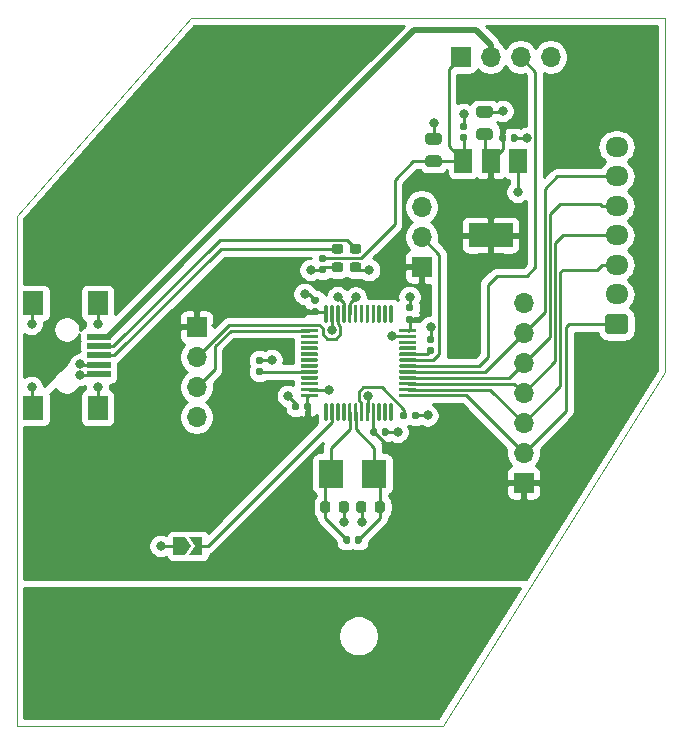
<source format=gbr>
%TF.GenerationSoftware,KiCad,Pcbnew,(5.1.6)-1*%
%TF.CreationDate,2020-06-10T16:57:23-05:00*%
%TF.ProjectId,GameVision50 Redesign,47616d65-5669-4736-996f-6e3530205265,rev?*%
%TF.SameCoordinates,Original*%
%TF.FileFunction,Copper,L1,Top*%
%TF.FilePolarity,Positive*%
%FSLAX46Y46*%
G04 Gerber Fmt 4.6, Leading zero omitted, Abs format (unit mm)*
G04 Created by KiCad (PCBNEW (5.1.6)-1) date 2020-06-10 16:57:24*
%MOMM*%
%LPD*%
G01*
G04 APERTURE LIST*
%TA.AperFunction,Profile*%
%ADD10C,0.050000*%
%TD*%
%TA.AperFunction,SMDPad,CuDef*%
%ADD11R,1.700000X2.000000*%
%TD*%
%TA.AperFunction,SMDPad,CuDef*%
%ADD12R,2.000000X0.500000*%
%TD*%
%TA.AperFunction,ComponentPad*%
%ADD13R,1.700000X1.700000*%
%TD*%
%TA.AperFunction,ComponentPad*%
%ADD14O,1.700000X1.700000*%
%TD*%
%TA.AperFunction,ComponentPad*%
%ADD15O,1.950000X1.700000*%
%TD*%
%TA.AperFunction,SMDPad,CuDef*%
%ADD16C,0.150000*%
%TD*%
%TA.AperFunction,SMDPad,CuDef*%
%ADD17R,1.500000X2.000000*%
%TD*%
%TA.AperFunction,SMDPad,CuDef*%
%ADD18R,3.800000X2.000000*%
%TD*%
%TA.AperFunction,SMDPad,CuDef*%
%ADD19R,2.000000X2.400000*%
%TD*%
%TA.AperFunction,ViaPad*%
%ADD20C,0.800000*%
%TD*%
%TA.AperFunction,Conductor*%
%ADD21C,0.250000*%
%TD*%
%TA.AperFunction,Conductor*%
%ADD22C,0.500000*%
%TD*%
%TA.AperFunction,Conductor*%
%ADD23C,0.254000*%
%TD*%
%TA.AperFunction,NonConductor*%
%ADD24C,0.254000*%
%TD*%
G04 APERTURE END LIST*
D10*
X116332000Y-50800000D02*
X156464000Y-50800000D01*
X101600000Y-67564000D02*
X116332000Y-50800000D01*
X101600000Y-110744000D02*
X101600000Y-67564000D01*
X137668000Y-110744000D02*
X101600000Y-110744000D01*
X156464000Y-80772000D02*
X137668000Y-110744000D01*
X156464000Y-50800000D02*
X156464000Y-80772000D01*
D11*
%TO.P,J3,6*%
%TO.N,GND*%
X103008000Y-83820000D03*
X108458000Y-83820000D03*
X103008000Y-74920000D03*
X108458000Y-74920000D03*
D12*
%TO.P,J3,5*%
X108558000Y-80970000D03*
%TO.P,J3,4*%
X108558000Y-80170000D03*
%TO.P,J3,3*%
%TO.N,Net-(J3-Pad3)*%
X108558000Y-79370000D03*
%TO.P,J3,2*%
%TO.N,Net-(J3-Pad2)*%
X108558000Y-78570000D03*
%TO.P,J3,1*%
%TO.N,/POWER*%
X108558000Y-77770000D03*
%TD*%
%TO.P,C1,1*%
%TO.N,+5V*%
%TA.AperFunction,SMDPad,CuDef*%
G36*
G01*
X137362250Y-63401000D02*
X136449750Y-63401000D01*
G75*
G02*
X136206000Y-63157250I0J243750D01*
G01*
X136206000Y-62669750D01*
G75*
G02*
X136449750Y-62426000I243750J0D01*
G01*
X137362250Y-62426000D01*
G75*
G02*
X137606000Y-62669750I0J-243750D01*
G01*
X137606000Y-63157250D01*
G75*
G02*
X137362250Y-63401000I-243750J0D01*
G01*
G37*
%TD.AperFunction*%
%TO.P,C1,2*%
%TO.N,GND*%
%TA.AperFunction,SMDPad,CuDef*%
G36*
G01*
X137362250Y-61526000D02*
X136449750Y-61526000D01*
G75*
G02*
X136206000Y-61282250I0J243750D01*
G01*
X136206000Y-60794750D01*
G75*
G02*
X136449750Y-60551000I243750J0D01*
G01*
X137362250Y-60551000D01*
G75*
G02*
X137606000Y-60794750I0J-243750D01*
G01*
X137606000Y-61282250D01*
G75*
G02*
X137362250Y-61526000I-243750J0D01*
G01*
G37*
%TD.AperFunction*%
%TD*%
%TO.P,C2,1*%
%TO.N,+5V*%
%TA.AperFunction,SMDPad,CuDef*%
G36*
G01*
X139618500Y-61232000D02*
X139273500Y-61232000D01*
G75*
G02*
X139126000Y-61084500I0J147500D01*
G01*
X139126000Y-60789500D01*
G75*
G02*
X139273500Y-60642000I147500J0D01*
G01*
X139618500Y-60642000D01*
G75*
G02*
X139766000Y-60789500I0J-147500D01*
G01*
X139766000Y-61084500D01*
G75*
G02*
X139618500Y-61232000I-147500J0D01*
G01*
G37*
%TD.AperFunction*%
%TO.P,C2,2*%
%TO.N,GND*%
%TA.AperFunction,SMDPad,CuDef*%
G36*
G01*
X139618500Y-60262000D02*
X139273500Y-60262000D01*
G75*
G02*
X139126000Y-60114500I0J147500D01*
G01*
X139126000Y-59819500D01*
G75*
G02*
X139273500Y-59672000I147500J0D01*
G01*
X139618500Y-59672000D01*
G75*
G02*
X139766000Y-59819500I0J-147500D01*
G01*
X139766000Y-60114500D01*
G75*
G02*
X139618500Y-60262000I-147500J0D01*
G01*
G37*
%TD.AperFunction*%
%TD*%
%TO.P,C3,2*%
%TO.N,GND*%
%TA.AperFunction,SMDPad,CuDef*%
G36*
G01*
X143446000Y-61132500D02*
X143446000Y-60787500D01*
G75*
G02*
X143593500Y-60640000I147500J0D01*
G01*
X143888500Y-60640000D01*
G75*
G02*
X144036000Y-60787500I0J-147500D01*
G01*
X144036000Y-61132500D01*
G75*
G02*
X143888500Y-61280000I-147500J0D01*
G01*
X143593500Y-61280000D01*
G75*
G02*
X143446000Y-61132500I0J147500D01*
G01*
G37*
%TD.AperFunction*%
%TO.P,C3,1*%
%TO.N,+3V3*%
%TA.AperFunction,SMDPad,CuDef*%
G36*
G01*
X142476000Y-61132500D02*
X142476000Y-60787500D01*
G75*
G02*
X142623500Y-60640000I147500J0D01*
G01*
X142918500Y-60640000D01*
G75*
G02*
X143066000Y-60787500I0J-147500D01*
G01*
X143066000Y-61132500D01*
G75*
G02*
X142918500Y-61280000I-147500J0D01*
G01*
X142623500Y-61280000D01*
G75*
G02*
X142476000Y-61132500I0J147500D01*
G01*
G37*
%TD.AperFunction*%
%TD*%
%TO.P,C4,2*%
%TO.N,GND*%
%TA.AperFunction,SMDPad,CuDef*%
G36*
G01*
X141680250Y-59240000D02*
X140767750Y-59240000D01*
G75*
G02*
X140524000Y-58996250I0J243750D01*
G01*
X140524000Y-58508750D01*
G75*
G02*
X140767750Y-58265000I243750J0D01*
G01*
X141680250Y-58265000D01*
G75*
G02*
X141924000Y-58508750I0J-243750D01*
G01*
X141924000Y-58996250D01*
G75*
G02*
X141680250Y-59240000I-243750J0D01*
G01*
G37*
%TD.AperFunction*%
%TO.P,C4,1*%
%TO.N,+3V3*%
%TA.AperFunction,SMDPad,CuDef*%
G36*
G01*
X141680250Y-61115000D02*
X140767750Y-61115000D01*
G75*
G02*
X140524000Y-60871250I0J243750D01*
G01*
X140524000Y-60383750D01*
G75*
G02*
X140767750Y-60140000I243750J0D01*
G01*
X141680250Y-60140000D01*
G75*
G02*
X141924000Y-60383750I0J-243750D01*
G01*
X141924000Y-60871250D01*
G75*
G02*
X141680250Y-61115000I-243750J0D01*
G01*
G37*
%TD.AperFunction*%
%TD*%
%TO.P,C5,1*%
%TO.N,GND*%
%TA.AperFunction,SMDPad,CuDef*%
G36*
G01*
X129749000Y-91945750D02*
X129749000Y-92458250D01*
G75*
G02*
X129530250Y-92677000I-218750J0D01*
G01*
X129092750Y-92677000D01*
G75*
G02*
X128874000Y-92458250I0J218750D01*
G01*
X128874000Y-91945750D01*
G75*
G02*
X129092750Y-91727000I218750J0D01*
G01*
X129530250Y-91727000D01*
G75*
G02*
X129749000Y-91945750I0J-218750D01*
G01*
G37*
%TD.AperFunction*%
%TO.P,C5,2*%
%TO.N,Net-(C5-Pad2)*%
%TA.AperFunction,SMDPad,CuDef*%
G36*
G01*
X128174000Y-91945750D02*
X128174000Y-92458250D01*
G75*
G02*
X127955250Y-92677000I-218750J0D01*
G01*
X127517750Y-92677000D01*
G75*
G02*
X127299000Y-92458250I0J218750D01*
G01*
X127299000Y-91945750D01*
G75*
G02*
X127517750Y-91727000I218750J0D01*
G01*
X127955250Y-91727000D01*
G75*
G02*
X128174000Y-91945750I0J-218750D01*
G01*
G37*
%TD.AperFunction*%
%TD*%
%TO.P,C6,2*%
%TO.N,Net-(C6-Pad2)*%
%TA.AperFunction,SMDPad,CuDef*%
G36*
G01*
X131922000Y-92458250D02*
X131922000Y-91945750D01*
G75*
G02*
X132140750Y-91727000I218750J0D01*
G01*
X132578250Y-91727000D01*
G75*
G02*
X132797000Y-91945750I0J-218750D01*
G01*
X132797000Y-92458250D01*
G75*
G02*
X132578250Y-92677000I-218750J0D01*
G01*
X132140750Y-92677000D01*
G75*
G02*
X131922000Y-92458250I0J218750D01*
G01*
G37*
%TD.AperFunction*%
%TO.P,C6,1*%
%TO.N,GND*%
%TA.AperFunction,SMDPad,CuDef*%
G36*
G01*
X130347000Y-92458250D02*
X130347000Y-91945750D01*
G75*
G02*
X130565750Y-91727000I218750J0D01*
G01*
X131003250Y-91727000D01*
G75*
G02*
X131222000Y-91945750I0J-218750D01*
G01*
X131222000Y-92458250D01*
G75*
G02*
X131003250Y-92677000I-218750J0D01*
G01*
X130565750Y-92677000D01*
G75*
G02*
X130347000Y-92458250I0J218750D01*
G01*
G37*
%TD.AperFunction*%
%TD*%
%TO.P,C7,2*%
%TO.N,GND*%
%TA.AperFunction,SMDPad,CuDef*%
G36*
G01*
X127045500Y-74994000D02*
X126700500Y-74994000D01*
G75*
G02*
X126553000Y-74846500I0J147500D01*
G01*
X126553000Y-74551500D01*
G75*
G02*
X126700500Y-74404000I147500J0D01*
G01*
X127045500Y-74404000D01*
G75*
G02*
X127193000Y-74551500I0J-147500D01*
G01*
X127193000Y-74846500D01*
G75*
G02*
X127045500Y-74994000I-147500J0D01*
G01*
G37*
%TD.AperFunction*%
%TO.P,C7,1*%
%TO.N,+3V3*%
%TA.AperFunction,SMDPad,CuDef*%
G36*
G01*
X127045500Y-75964000D02*
X126700500Y-75964000D01*
G75*
G02*
X126553000Y-75816500I0J147500D01*
G01*
X126553000Y-75521500D01*
G75*
G02*
X126700500Y-75374000I147500J0D01*
G01*
X127045500Y-75374000D01*
G75*
G02*
X127193000Y-75521500I0J-147500D01*
G01*
X127193000Y-75816500D01*
G75*
G02*
X127045500Y-75964000I-147500J0D01*
G01*
G37*
%TD.AperFunction*%
%TD*%
%TO.P,C8,2*%
%TO.N,GND*%
%TA.AperFunction,SMDPad,CuDef*%
G36*
G01*
X132524000Y-86024500D02*
X132524000Y-85679500D01*
G75*
G02*
X132671500Y-85532000I147500J0D01*
G01*
X132966500Y-85532000D01*
G75*
G02*
X133114000Y-85679500I0J-147500D01*
G01*
X133114000Y-86024500D01*
G75*
G02*
X132966500Y-86172000I-147500J0D01*
G01*
X132671500Y-86172000D01*
G75*
G02*
X132524000Y-86024500I0J147500D01*
G01*
G37*
%TD.AperFunction*%
%TO.P,C8,1*%
%TO.N,+3V3*%
%TA.AperFunction,SMDPad,CuDef*%
G36*
G01*
X131554000Y-86024500D02*
X131554000Y-85679500D01*
G75*
G02*
X131701500Y-85532000I147500J0D01*
G01*
X131996500Y-85532000D01*
G75*
G02*
X132144000Y-85679500I0J-147500D01*
G01*
X132144000Y-86024500D01*
G75*
G02*
X131996500Y-86172000I-147500J0D01*
G01*
X131701500Y-86172000D01*
G75*
G02*
X131554000Y-86024500I0J147500D01*
G01*
G37*
%TD.AperFunction*%
%TD*%
%TO.P,C9,2*%
%TO.N,GND*%
%TA.AperFunction,SMDPad,CuDef*%
G36*
G01*
X125540000Y-83520500D02*
X125540000Y-83865500D01*
G75*
G02*
X125392500Y-84013000I-147500J0D01*
G01*
X125097500Y-84013000D01*
G75*
G02*
X124950000Y-83865500I0J147500D01*
G01*
X124950000Y-83520500D01*
G75*
G02*
X125097500Y-83373000I147500J0D01*
G01*
X125392500Y-83373000D01*
G75*
G02*
X125540000Y-83520500I0J-147500D01*
G01*
G37*
%TD.AperFunction*%
%TO.P,C9,1*%
%TO.N,+3V3*%
%TA.AperFunction,SMDPad,CuDef*%
G36*
G01*
X126510000Y-83520500D02*
X126510000Y-83865500D01*
G75*
G02*
X126362500Y-84013000I-147500J0D01*
G01*
X126067500Y-84013000D01*
G75*
G02*
X125920000Y-83865500I0J147500D01*
G01*
X125920000Y-83520500D01*
G75*
G02*
X126067500Y-83373000I147500J0D01*
G01*
X126362500Y-83373000D01*
G75*
G02*
X126510000Y-83520500I0J-147500D01*
G01*
G37*
%TD.AperFunction*%
%TD*%
%TO.P,C10,2*%
%TO.N,GND*%
%TA.AperFunction,SMDPad,CuDef*%
G36*
G01*
X135046500Y-75629000D02*
X134701500Y-75629000D01*
G75*
G02*
X134554000Y-75481500I0J147500D01*
G01*
X134554000Y-75186500D01*
G75*
G02*
X134701500Y-75039000I147500J0D01*
G01*
X135046500Y-75039000D01*
G75*
G02*
X135194000Y-75186500I0J-147500D01*
G01*
X135194000Y-75481500D01*
G75*
G02*
X135046500Y-75629000I-147500J0D01*
G01*
G37*
%TD.AperFunction*%
%TO.P,C10,1*%
%TO.N,+3V3*%
%TA.AperFunction,SMDPad,CuDef*%
G36*
G01*
X135046500Y-76599000D02*
X134701500Y-76599000D01*
G75*
G02*
X134554000Y-76451500I0J147500D01*
G01*
X134554000Y-76156500D01*
G75*
G02*
X134701500Y-76009000I147500J0D01*
G01*
X135046500Y-76009000D01*
G75*
G02*
X135194000Y-76156500I0J-147500D01*
G01*
X135194000Y-76451500D01*
G75*
G02*
X135046500Y-76599000I-147500J0D01*
G01*
G37*
%TD.AperFunction*%
%TD*%
D13*
%TO.P,J1,1*%
%TO.N,+5V*%
X139192000Y-54102000D03*
D14*
%TO.P,J1,2*%
%TO.N,/POWER*%
X141732000Y-54102000D03*
%TO.P,J1,3*%
%TO.N,/RESET*%
X144272000Y-54102000D03*
%TO.P,J1,4*%
%TO.N,GND*%
X146812000Y-54102000D03*
%TD*%
%TO.P,J2,3*%
%TO.N,GND*%
X135890000Y-66802000D03*
%TO.P,J2,2*%
%TO.N,Net-(J2-Pad2)*%
X135890000Y-69342000D03*
D13*
%TO.P,J2,1*%
%TO.N,+3V3*%
X135890000Y-71882000D03*
%TD*%
%TO.P,J5,1*%
%TO.N,/OUT0*%
%TA.AperFunction,ComponentPad*%
G36*
G01*
X153125000Y-77558000D02*
X151675000Y-77558000D01*
G75*
G02*
X151425000Y-77308000I0J250000D01*
G01*
X151425000Y-76108000D01*
G75*
G02*
X151675000Y-75858000I250000J0D01*
G01*
X153125000Y-75858000D01*
G75*
G02*
X153375000Y-76108000I0J-250000D01*
G01*
X153375000Y-77308000D01*
G75*
G02*
X153125000Y-77558000I-250000J0D01*
G01*
G37*
%TD.AperFunction*%
D15*
%TO.P,J5,2*%
%TO.N,+5V*%
X152400000Y-74208000D03*
%TO.P,J5,3*%
%TO.N,/SCK1*%
X152400000Y-71708000D03*
%TO.P,J5,4*%
%TO.N,/P1D0*%
X152400000Y-69208000D03*
%TO.P,J5,5*%
%TO.N,/P2D0*%
X152400000Y-66708000D03*
%TO.P,J5,6*%
%TO.N,/SCK2*%
X152400000Y-64208000D03*
%TO.P,J5,7*%
%TO.N,GND*%
X152400000Y-61708000D03*
%TD*%
D14*
%TO.P,J6,4*%
%TO.N,GND*%
X116840000Y-84582000D03*
%TO.P,J6,3*%
%TO.N,/SWDCLK*%
X116840000Y-82042000D03*
%TO.P,J6,2*%
%TO.N,/SWDIO*%
X116840000Y-79502000D03*
D13*
%TO.P,J6,1*%
%TO.N,+3V3*%
X116840000Y-76962000D03*
%TD*%
%TA.AperFunction,SMDPad,CuDef*%
D16*
%TO.P,JP1,1*%
%TO.N,GND*%
G36*
X116390000Y-95504000D02*
G01*
X115890000Y-96254000D01*
X114890000Y-96254000D01*
X114890000Y-94754000D01*
X115890000Y-94754000D01*
X116390000Y-95504000D01*
G37*
%TD.AperFunction*%
%TA.AperFunction,SMDPad,CuDef*%
%TO.P,JP1,2*%
%TO.N,/MODE*%
G36*
X117340000Y-96254000D02*
G01*
X116190000Y-96254000D01*
X116690000Y-95504000D01*
X116190000Y-94754000D01*
X117340000Y-94754000D01*
X117340000Y-96254000D01*
G37*
%TD.AperFunction*%
%TD*%
%TO.P,R1,1*%
%TO.N,/BOOT0*%
%TA.AperFunction,SMDPad,CuDef*%
G36*
G01*
X122346500Y-81044000D02*
X122001500Y-81044000D01*
G75*
G02*
X121854000Y-80896500I0J147500D01*
G01*
X121854000Y-80601500D01*
G75*
G02*
X122001500Y-80454000I147500J0D01*
G01*
X122346500Y-80454000D01*
G75*
G02*
X122494000Y-80601500I0J-147500D01*
G01*
X122494000Y-80896500D01*
G75*
G02*
X122346500Y-81044000I-147500J0D01*
G01*
G37*
%TD.AperFunction*%
%TO.P,R1,2*%
%TO.N,GND*%
%TA.AperFunction,SMDPad,CuDef*%
G36*
G01*
X122346500Y-80074000D02*
X122001500Y-80074000D01*
G75*
G02*
X121854000Y-79926500I0J147500D01*
G01*
X121854000Y-79631500D01*
G75*
G02*
X122001500Y-79484000I147500J0D01*
G01*
X122346500Y-79484000D01*
G75*
G02*
X122494000Y-79631500I0J-147500D01*
G01*
X122494000Y-79926500D01*
G75*
G02*
X122346500Y-80074000I-147500J0D01*
G01*
G37*
%TD.AperFunction*%
%TD*%
%TO.P,R2,1*%
%TO.N,/BOOT1*%
%TA.AperFunction,SMDPad,CuDef*%
G36*
G01*
X136824500Y-79266000D02*
X136479500Y-79266000D01*
G75*
G02*
X136332000Y-79118500I0J147500D01*
G01*
X136332000Y-78823500D01*
G75*
G02*
X136479500Y-78676000I147500J0D01*
G01*
X136824500Y-78676000D01*
G75*
G02*
X136972000Y-78823500I0J-147500D01*
G01*
X136972000Y-79118500D01*
G75*
G02*
X136824500Y-79266000I-147500J0D01*
G01*
G37*
%TD.AperFunction*%
%TO.P,R2,2*%
%TO.N,GND*%
%TA.AperFunction,SMDPad,CuDef*%
G36*
G01*
X136824500Y-78296000D02*
X136479500Y-78296000D01*
G75*
G02*
X136332000Y-78148500I0J147500D01*
G01*
X136332000Y-77853500D01*
G75*
G02*
X136479500Y-77706000I147500J0D01*
G01*
X136824500Y-77706000D01*
G75*
G02*
X136972000Y-77853500I0J-147500D01*
G01*
X136972000Y-78148500D01*
G75*
G02*
X136824500Y-78296000I-147500J0D01*
G01*
G37*
%TD.AperFunction*%
%TD*%
%TO.P,R3,2*%
%TO.N,Net-(C6-Pad2)*%
%TA.AperFunction,SMDPad,CuDef*%
G36*
G01*
X130238000Y-95168500D02*
X130238000Y-94823500D01*
G75*
G02*
X130385500Y-94676000I147500J0D01*
G01*
X130680500Y-94676000D01*
G75*
G02*
X130828000Y-94823500I0J-147500D01*
G01*
X130828000Y-95168500D01*
G75*
G02*
X130680500Y-95316000I-147500J0D01*
G01*
X130385500Y-95316000D01*
G75*
G02*
X130238000Y-95168500I0J147500D01*
G01*
G37*
%TD.AperFunction*%
%TO.P,R3,1*%
%TO.N,Net-(C5-Pad2)*%
%TA.AperFunction,SMDPad,CuDef*%
G36*
G01*
X129268000Y-95168500D02*
X129268000Y-94823500D01*
G75*
G02*
X129415500Y-94676000I147500J0D01*
G01*
X129710500Y-94676000D01*
G75*
G02*
X129858000Y-94823500I0J-147500D01*
G01*
X129858000Y-95168500D01*
G75*
G02*
X129710500Y-95316000I-147500J0D01*
G01*
X129415500Y-95316000D01*
G75*
G02*
X129268000Y-95168500I0J147500D01*
G01*
G37*
%TD.AperFunction*%
%TD*%
%TO.P,R4,1*%
%TO.N,+5V*%
%TA.AperFunction,SMDPad,CuDef*%
G36*
G01*
X127335500Y-70848000D02*
X127680500Y-70848000D01*
G75*
G02*
X127828000Y-70995500I0J-147500D01*
G01*
X127828000Y-71290500D01*
G75*
G02*
X127680500Y-71438000I-147500J0D01*
G01*
X127335500Y-71438000D01*
G75*
G02*
X127188000Y-71290500I0J147500D01*
G01*
X127188000Y-70995500D01*
G75*
G02*
X127335500Y-70848000I147500J0D01*
G01*
G37*
%TD.AperFunction*%
%TO.P,R4,2*%
%TO.N,/USB_DP*%
%TA.AperFunction,SMDPad,CuDef*%
G36*
G01*
X127335500Y-71818000D02*
X127680500Y-71818000D01*
G75*
G02*
X127828000Y-71965500I0J-147500D01*
G01*
X127828000Y-72260500D01*
G75*
G02*
X127680500Y-72408000I-147500J0D01*
G01*
X127335500Y-72408000D01*
G75*
G02*
X127188000Y-72260500I0J147500D01*
G01*
X127188000Y-71965500D01*
G75*
G02*
X127335500Y-71818000I147500J0D01*
G01*
G37*
%TD.AperFunction*%
%TD*%
%TO.P,R5,1*%
%TO.N,/USB_DP*%
%TA.AperFunction,SMDPad,CuDef*%
G36*
G01*
X129034250Y-72345000D02*
X128521750Y-72345000D01*
G75*
G02*
X128303000Y-72126250I0J218750D01*
G01*
X128303000Y-71688750D01*
G75*
G02*
X128521750Y-71470000I218750J0D01*
G01*
X129034250Y-71470000D01*
G75*
G02*
X129253000Y-71688750I0J-218750D01*
G01*
X129253000Y-72126250D01*
G75*
G02*
X129034250Y-72345000I-218750J0D01*
G01*
G37*
%TD.AperFunction*%
%TO.P,R5,2*%
%TO.N,Net-(J3-Pad3)*%
%TA.AperFunction,SMDPad,CuDef*%
G36*
G01*
X129034250Y-70770000D02*
X128521750Y-70770000D01*
G75*
G02*
X128303000Y-70551250I0J218750D01*
G01*
X128303000Y-70113750D01*
G75*
G02*
X128521750Y-69895000I218750J0D01*
G01*
X129034250Y-69895000D01*
G75*
G02*
X129253000Y-70113750I0J-218750D01*
G01*
X129253000Y-70551250D01*
G75*
G02*
X129034250Y-70770000I-218750J0D01*
G01*
G37*
%TD.AperFunction*%
%TD*%
%TO.P,R6,2*%
%TO.N,Net-(J3-Pad2)*%
%TA.AperFunction,SMDPad,CuDef*%
G36*
G01*
X130558250Y-70770000D02*
X130045750Y-70770000D01*
G75*
G02*
X129827000Y-70551250I0J218750D01*
G01*
X129827000Y-70113750D01*
G75*
G02*
X130045750Y-69895000I218750J0D01*
G01*
X130558250Y-69895000D01*
G75*
G02*
X130777000Y-70113750I0J-218750D01*
G01*
X130777000Y-70551250D01*
G75*
G02*
X130558250Y-70770000I-218750J0D01*
G01*
G37*
%TD.AperFunction*%
%TO.P,R6,1*%
%TO.N,/USB_DM*%
%TA.AperFunction,SMDPad,CuDef*%
G36*
G01*
X130558250Y-72345000D02*
X130045750Y-72345000D01*
G75*
G02*
X129827000Y-72126250I0J218750D01*
G01*
X129827000Y-71688750D01*
G75*
G02*
X130045750Y-71470000I218750J0D01*
G01*
X130558250Y-71470000D01*
G75*
G02*
X130777000Y-71688750I0J-218750D01*
G01*
X130777000Y-72126250D01*
G75*
G02*
X130558250Y-72345000I-218750J0D01*
G01*
G37*
%TD.AperFunction*%
%TD*%
D17*
%TO.P,U1,1*%
%TO.N,GND*%
X144032000Y-62890000D03*
%TO.P,U1,3*%
%TO.N,+5V*%
X139432000Y-62890000D03*
%TO.P,U1,2*%
%TO.N,+3V3*%
X141732000Y-62890000D03*
D18*
X141732000Y-69190000D03*
%TD*%
%TO.P,U2,1*%
%TO.N,N/C*%
%TA.AperFunction,SMDPad,CuDef*%
G36*
G01*
X127881000Y-84910000D02*
X127731000Y-84910000D01*
G75*
G02*
X127656000Y-84835000I0J75000D01*
G01*
X127656000Y-83510000D01*
G75*
G02*
X127731000Y-83435000I75000J0D01*
G01*
X127881000Y-83435000D01*
G75*
G02*
X127956000Y-83510000I0J-75000D01*
G01*
X127956000Y-84835000D01*
G75*
G02*
X127881000Y-84910000I-75000J0D01*
G01*
G37*
%TD.AperFunction*%
%TO.P,U2,2*%
%TO.N,/MODE*%
%TA.AperFunction,SMDPad,CuDef*%
G36*
G01*
X128381000Y-84910000D02*
X128231000Y-84910000D01*
G75*
G02*
X128156000Y-84835000I0J75000D01*
G01*
X128156000Y-83510000D01*
G75*
G02*
X128231000Y-83435000I75000J0D01*
G01*
X128381000Y-83435000D01*
G75*
G02*
X128456000Y-83510000I0J-75000D01*
G01*
X128456000Y-84835000D01*
G75*
G02*
X128381000Y-84910000I-75000J0D01*
G01*
G37*
%TD.AperFunction*%
%TO.P,U2,3*%
%TO.N,N/C*%
%TA.AperFunction,SMDPad,CuDef*%
G36*
G01*
X128881000Y-84910000D02*
X128731000Y-84910000D01*
G75*
G02*
X128656000Y-84835000I0J75000D01*
G01*
X128656000Y-83510000D01*
G75*
G02*
X128731000Y-83435000I75000J0D01*
G01*
X128881000Y-83435000D01*
G75*
G02*
X128956000Y-83510000I0J-75000D01*
G01*
X128956000Y-84835000D01*
G75*
G02*
X128881000Y-84910000I-75000J0D01*
G01*
G37*
%TD.AperFunction*%
%TO.P,U2,4*%
%TA.AperFunction,SMDPad,CuDef*%
G36*
G01*
X129381000Y-84910000D02*
X129231000Y-84910000D01*
G75*
G02*
X129156000Y-84835000I0J75000D01*
G01*
X129156000Y-83510000D01*
G75*
G02*
X129231000Y-83435000I75000J0D01*
G01*
X129381000Y-83435000D01*
G75*
G02*
X129456000Y-83510000I0J-75000D01*
G01*
X129456000Y-84835000D01*
G75*
G02*
X129381000Y-84910000I-75000J0D01*
G01*
G37*
%TD.AperFunction*%
%TO.P,U2,5*%
%TO.N,Net-(C5-Pad2)*%
%TA.AperFunction,SMDPad,CuDef*%
G36*
G01*
X129881000Y-84910000D02*
X129731000Y-84910000D01*
G75*
G02*
X129656000Y-84835000I0J75000D01*
G01*
X129656000Y-83510000D01*
G75*
G02*
X129731000Y-83435000I75000J0D01*
G01*
X129881000Y-83435000D01*
G75*
G02*
X129956000Y-83510000I0J-75000D01*
G01*
X129956000Y-84835000D01*
G75*
G02*
X129881000Y-84910000I-75000J0D01*
G01*
G37*
%TD.AperFunction*%
%TO.P,U2,6*%
%TO.N,Net-(C6-Pad2)*%
%TA.AperFunction,SMDPad,CuDef*%
G36*
G01*
X130381000Y-84910000D02*
X130231000Y-84910000D01*
G75*
G02*
X130156000Y-84835000I0J75000D01*
G01*
X130156000Y-83510000D01*
G75*
G02*
X130231000Y-83435000I75000J0D01*
G01*
X130381000Y-83435000D01*
G75*
G02*
X130456000Y-83510000I0J-75000D01*
G01*
X130456000Y-84835000D01*
G75*
G02*
X130381000Y-84910000I-75000J0D01*
G01*
G37*
%TD.AperFunction*%
%TO.P,U2,7*%
%TO.N,Net-(C11-Pad2)*%
%TA.AperFunction,SMDPad,CuDef*%
G36*
G01*
X130881000Y-84910000D02*
X130731000Y-84910000D01*
G75*
G02*
X130656000Y-84835000I0J75000D01*
G01*
X130656000Y-83510000D01*
G75*
G02*
X130731000Y-83435000I75000J0D01*
G01*
X130881000Y-83435000D01*
G75*
G02*
X130956000Y-83510000I0J-75000D01*
G01*
X130956000Y-84835000D01*
G75*
G02*
X130881000Y-84910000I-75000J0D01*
G01*
G37*
%TD.AperFunction*%
%TO.P,U2,8*%
%TO.N,GND*%
%TA.AperFunction,SMDPad,CuDef*%
G36*
G01*
X131381000Y-84910000D02*
X131231000Y-84910000D01*
G75*
G02*
X131156000Y-84835000I0J75000D01*
G01*
X131156000Y-83510000D01*
G75*
G02*
X131231000Y-83435000I75000J0D01*
G01*
X131381000Y-83435000D01*
G75*
G02*
X131456000Y-83510000I0J-75000D01*
G01*
X131456000Y-84835000D01*
G75*
G02*
X131381000Y-84910000I-75000J0D01*
G01*
G37*
%TD.AperFunction*%
%TO.P,U2,9*%
%TO.N,+3V3*%
%TA.AperFunction,SMDPad,CuDef*%
G36*
G01*
X131881000Y-84910000D02*
X131731000Y-84910000D01*
G75*
G02*
X131656000Y-84835000I0J75000D01*
G01*
X131656000Y-83510000D01*
G75*
G02*
X131731000Y-83435000I75000J0D01*
G01*
X131881000Y-83435000D01*
G75*
G02*
X131956000Y-83510000I0J-75000D01*
G01*
X131956000Y-84835000D01*
G75*
G02*
X131881000Y-84910000I-75000J0D01*
G01*
G37*
%TD.AperFunction*%
%TO.P,U2,10*%
%TO.N,N/C*%
%TA.AperFunction,SMDPad,CuDef*%
G36*
G01*
X132381000Y-84910000D02*
X132231000Y-84910000D01*
G75*
G02*
X132156000Y-84835000I0J75000D01*
G01*
X132156000Y-83510000D01*
G75*
G02*
X132231000Y-83435000I75000J0D01*
G01*
X132381000Y-83435000D01*
G75*
G02*
X132456000Y-83510000I0J-75000D01*
G01*
X132456000Y-84835000D01*
G75*
G02*
X132381000Y-84910000I-75000J0D01*
G01*
G37*
%TD.AperFunction*%
%TO.P,U2,11*%
%TA.AperFunction,SMDPad,CuDef*%
G36*
G01*
X132881000Y-84910000D02*
X132731000Y-84910000D01*
G75*
G02*
X132656000Y-84835000I0J75000D01*
G01*
X132656000Y-83510000D01*
G75*
G02*
X132731000Y-83435000I75000J0D01*
G01*
X132881000Y-83435000D01*
G75*
G02*
X132956000Y-83510000I0J-75000D01*
G01*
X132956000Y-84835000D01*
G75*
G02*
X132881000Y-84910000I-75000J0D01*
G01*
G37*
%TD.AperFunction*%
%TO.P,U2,12*%
%TA.AperFunction,SMDPad,CuDef*%
G36*
G01*
X133381000Y-84910000D02*
X133231000Y-84910000D01*
G75*
G02*
X133156000Y-84835000I0J75000D01*
G01*
X133156000Y-83510000D01*
G75*
G02*
X133231000Y-83435000I75000J0D01*
G01*
X133381000Y-83435000D01*
G75*
G02*
X133456000Y-83510000I0J-75000D01*
G01*
X133456000Y-84835000D01*
G75*
G02*
X133381000Y-84910000I-75000J0D01*
G01*
G37*
%TD.AperFunction*%
%TO.P,U2,13*%
%TO.N,/OUT0*%
%TA.AperFunction,SMDPad,CuDef*%
G36*
G01*
X135381000Y-82910000D02*
X134056000Y-82910000D01*
G75*
G02*
X133981000Y-82835000I0J75000D01*
G01*
X133981000Y-82685000D01*
G75*
G02*
X134056000Y-82610000I75000J0D01*
G01*
X135381000Y-82610000D01*
G75*
G02*
X135456000Y-82685000I0J-75000D01*
G01*
X135456000Y-82835000D01*
G75*
G02*
X135381000Y-82910000I-75000J0D01*
G01*
G37*
%TD.AperFunction*%
%TO.P,U2,14*%
%TO.N,/SCK1*%
%TA.AperFunction,SMDPad,CuDef*%
G36*
G01*
X135381000Y-82410000D02*
X134056000Y-82410000D01*
G75*
G02*
X133981000Y-82335000I0J75000D01*
G01*
X133981000Y-82185000D01*
G75*
G02*
X134056000Y-82110000I75000J0D01*
G01*
X135381000Y-82110000D01*
G75*
G02*
X135456000Y-82185000I0J-75000D01*
G01*
X135456000Y-82335000D01*
G75*
G02*
X135381000Y-82410000I-75000J0D01*
G01*
G37*
%TD.AperFunction*%
%TO.P,U2,15*%
%TO.N,/P1D0*%
%TA.AperFunction,SMDPad,CuDef*%
G36*
G01*
X135381000Y-81910000D02*
X134056000Y-81910000D01*
G75*
G02*
X133981000Y-81835000I0J75000D01*
G01*
X133981000Y-81685000D01*
G75*
G02*
X134056000Y-81610000I75000J0D01*
G01*
X135381000Y-81610000D01*
G75*
G02*
X135456000Y-81685000I0J-75000D01*
G01*
X135456000Y-81835000D01*
G75*
G02*
X135381000Y-81910000I-75000J0D01*
G01*
G37*
%TD.AperFunction*%
%TO.P,U2,16*%
%TO.N,/P2D0*%
%TA.AperFunction,SMDPad,CuDef*%
G36*
G01*
X135381000Y-81410000D02*
X134056000Y-81410000D01*
G75*
G02*
X133981000Y-81335000I0J75000D01*
G01*
X133981000Y-81185000D01*
G75*
G02*
X134056000Y-81110000I75000J0D01*
G01*
X135381000Y-81110000D01*
G75*
G02*
X135456000Y-81185000I0J-75000D01*
G01*
X135456000Y-81335000D01*
G75*
G02*
X135381000Y-81410000I-75000J0D01*
G01*
G37*
%TD.AperFunction*%
%TO.P,U2,17*%
%TO.N,/SCK2*%
%TA.AperFunction,SMDPad,CuDef*%
G36*
G01*
X135381000Y-80910000D02*
X134056000Y-80910000D01*
G75*
G02*
X133981000Y-80835000I0J75000D01*
G01*
X133981000Y-80685000D01*
G75*
G02*
X134056000Y-80610000I75000J0D01*
G01*
X135381000Y-80610000D01*
G75*
G02*
X135456000Y-80685000I0J-75000D01*
G01*
X135456000Y-80835000D01*
G75*
G02*
X135381000Y-80910000I-75000J0D01*
G01*
G37*
%TD.AperFunction*%
%TO.P,U2,18*%
%TO.N,/RESET*%
%TA.AperFunction,SMDPad,CuDef*%
G36*
G01*
X135381000Y-80410000D02*
X134056000Y-80410000D01*
G75*
G02*
X133981000Y-80335000I0J75000D01*
G01*
X133981000Y-80185000D01*
G75*
G02*
X134056000Y-80110000I75000J0D01*
G01*
X135381000Y-80110000D01*
G75*
G02*
X135456000Y-80185000I0J-75000D01*
G01*
X135456000Y-80335000D01*
G75*
G02*
X135381000Y-80410000I-75000J0D01*
G01*
G37*
%TD.AperFunction*%
%TO.P,U2,19*%
%TO.N,Net-(J2-Pad2)*%
%TA.AperFunction,SMDPad,CuDef*%
G36*
G01*
X135381000Y-79910000D02*
X134056000Y-79910000D01*
G75*
G02*
X133981000Y-79835000I0J75000D01*
G01*
X133981000Y-79685000D01*
G75*
G02*
X134056000Y-79610000I75000J0D01*
G01*
X135381000Y-79610000D01*
G75*
G02*
X135456000Y-79685000I0J-75000D01*
G01*
X135456000Y-79835000D01*
G75*
G02*
X135381000Y-79910000I-75000J0D01*
G01*
G37*
%TD.AperFunction*%
%TO.P,U2,20*%
%TO.N,/BOOT1*%
%TA.AperFunction,SMDPad,CuDef*%
G36*
G01*
X135381000Y-79410000D02*
X134056000Y-79410000D01*
G75*
G02*
X133981000Y-79335000I0J75000D01*
G01*
X133981000Y-79185000D01*
G75*
G02*
X134056000Y-79110000I75000J0D01*
G01*
X135381000Y-79110000D01*
G75*
G02*
X135456000Y-79185000I0J-75000D01*
G01*
X135456000Y-79335000D01*
G75*
G02*
X135381000Y-79410000I-75000J0D01*
G01*
G37*
%TD.AperFunction*%
%TO.P,U2,21*%
%TO.N,N/C*%
%TA.AperFunction,SMDPad,CuDef*%
G36*
G01*
X135381000Y-78910000D02*
X134056000Y-78910000D01*
G75*
G02*
X133981000Y-78835000I0J75000D01*
G01*
X133981000Y-78685000D01*
G75*
G02*
X134056000Y-78610000I75000J0D01*
G01*
X135381000Y-78610000D01*
G75*
G02*
X135456000Y-78685000I0J-75000D01*
G01*
X135456000Y-78835000D01*
G75*
G02*
X135381000Y-78910000I-75000J0D01*
G01*
G37*
%TD.AperFunction*%
%TO.P,U2,22*%
%TA.AperFunction,SMDPad,CuDef*%
G36*
G01*
X135381000Y-78410000D02*
X134056000Y-78410000D01*
G75*
G02*
X133981000Y-78335000I0J75000D01*
G01*
X133981000Y-78185000D01*
G75*
G02*
X134056000Y-78110000I75000J0D01*
G01*
X135381000Y-78110000D01*
G75*
G02*
X135456000Y-78185000I0J-75000D01*
G01*
X135456000Y-78335000D01*
G75*
G02*
X135381000Y-78410000I-75000J0D01*
G01*
G37*
%TD.AperFunction*%
%TO.P,U2,23*%
%TO.N,GND*%
%TA.AperFunction,SMDPad,CuDef*%
G36*
G01*
X135381000Y-77910000D02*
X134056000Y-77910000D01*
G75*
G02*
X133981000Y-77835000I0J75000D01*
G01*
X133981000Y-77685000D01*
G75*
G02*
X134056000Y-77610000I75000J0D01*
G01*
X135381000Y-77610000D01*
G75*
G02*
X135456000Y-77685000I0J-75000D01*
G01*
X135456000Y-77835000D01*
G75*
G02*
X135381000Y-77910000I-75000J0D01*
G01*
G37*
%TD.AperFunction*%
%TO.P,U2,24*%
%TO.N,+3V3*%
%TA.AperFunction,SMDPad,CuDef*%
G36*
G01*
X135381000Y-77410000D02*
X134056000Y-77410000D01*
G75*
G02*
X133981000Y-77335000I0J75000D01*
G01*
X133981000Y-77185000D01*
G75*
G02*
X134056000Y-77110000I75000J0D01*
G01*
X135381000Y-77110000D01*
G75*
G02*
X135456000Y-77185000I0J-75000D01*
G01*
X135456000Y-77335000D01*
G75*
G02*
X135381000Y-77410000I-75000J0D01*
G01*
G37*
%TD.AperFunction*%
%TO.P,U2,25*%
%TO.N,N/C*%
%TA.AperFunction,SMDPad,CuDef*%
G36*
G01*
X133381000Y-76585000D02*
X133231000Y-76585000D01*
G75*
G02*
X133156000Y-76510000I0J75000D01*
G01*
X133156000Y-75185000D01*
G75*
G02*
X133231000Y-75110000I75000J0D01*
G01*
X133381000Y-75110000D01*
G75*
G02*
X133456000Y-75185000I0J-75000D01*
G01*
X133456000Y-76510000D01*
G75*
G02*
X133381000Y-76585000I-75000J0D01*
G01*
G37*
%TD.AperFunction*%
%TO.P,U2,26*%
%TA.AperFunction,SMDPad,CuDef*%
G36*
G01*
X132881000Y-76585000D02*
X132731000Y-76585000D01*
G75*
G02*
X132656000Y-76510000I0J75000D01*
G01*
X132656000Y-75185000D01*
G75*
G02*
X132731000Y-75110000I75000J0D01*
G01*
X132881000Y-75110000D01*
G75*
G02*
X132956000Y-75185000I0J-75000D01*
G01*
X132956000Y-76510000D01*
G75*
G02*
X132881000Y-76585000I-75000J0D01*
G01*
G37*
%TD.AperFunction*%
%TO.P,U2,27*%
%TA.AperFunction,SMDPad,CuDef*%
G36*
G01*
X132381000Y-76585000D02*
X132231000Y-76585000D01*
G75*
G02*
X132156000Y-76510000I0J75000D01*
G01*
X132156000Y-75185000D01*
G75*
G02*
X132231000Y-75110000I75000J0D01*
G01*
X132381000Y-75110000D01*
G75*
G02*
X132456000Y-75185000I0J-75000D01*
G01*
X132456000Y-76510000D01*
G75*
G02*
X132381000Y-76585000I-75000J0D01*
G01*
G37*
%TD.AperFunction*%
%TO.P,U2,28*%
%TA.AperFunction,SMDPad,CuDef*%
G36*
G01*
X131881000Y-76585000D02*
X131731000Y-76585000D01*
G75*
G02*
X131656000Y-76510000I0J75000D01*
G01*
X131656000Y-75185000D01*
G75*
G02*
X131731000Y-75110000I75000J0D01*
G01*
X131881000Y-75110000D01*
G75*
G02*
X131956000Y-75185000I0J-75000D01*
G01*
X131956000Y-76510000D01*
G75*
G02*
X131881000Y-76585000I-75000J0D01*
G01*
G37*
%TD.AperFunction*%
%TO.P,U2,29*%
%TA.AperFunction,SMDPad,CuDef*%
G36*
G01*
X131381000Y-76585000D02*
X131231000Y-76585000D01*
G75*
G02*
X131156000Y-76510000I0J75000D01*
G01*
X131156000Y-75185000D01*
G75*
G02*
X131231000Y-75110000I75000J0D01*
G01*
X131381000Y-75110000D01*
G75*
G02*
X131456000Y-75185000I0J-75000D01*
G01*
X131456000Y-76510000D01*
G75*
G02*
X131381000Y-76585000I-75000J0D01*
G01*
G37*
%TD.AperFunction*%
%TO.P,U2,30*%
%TA.AperFunction,SMDPad,CuDef*%
G36*
G01*
X130881000Y-76585000D02*
X130731000Y-76585000D01*
G75*
G02*
X130656000Y-76510000I0J75000D01*
G01*
X130656000Y-75185000D01*
G75*
G02*
X130731000Y-75110000I75000J0D01*
G01*
X130881000Y-75110000D01*
G75*
G02*
X130956000Y-75185000I0J-75000D01*
G01*
X130956000Y-76510000D01*
G75*
G02*
X130881000Y-76585000I-75000J0D01*
G01*
G37*
%TD.AperFunction*%
%TO.P,U2,31*%
%TA.AperFunction,SMDPad,CuDef*%
G36*
G01*
X130381000Y-76585000D02*
X130231000Y-76585000D01*
G75*
G02*
X130156000Y-76510000I0J75000D01*
G01*
X130156000Y-75185000D01*
G75*
G02*
X130231000Y-75110000I75000J0D01*
G01*
X130381000Y-75110000D01*
G75*
G02*
X130456000Y-75185000I0J-75000D01*
G01*
X130456000Y-76510000D01*
G75*
G02*
X130381000Y-76585000I-75000J0D01*
G01*
G37*
%TD.AperFunction*%
%TO.P,U2,32*%
%TO.N,/USB_DM*%
%TA.AperFunction,SMDPad,CuDef*%
G36*
G01*
X129881000Y-76585000D02*
X129731000Y-76585000D01*
G75*
G02*
X129656000Y-76510000I0J75000D01*
G01*
X129656000Y-75185000D01*
G75*
G02*
X129731000Y-75110000I75000J0D01*
G01*
X129881000Y-75110000D01*
G75*
G02*
X129956000Y-75185000I0J-75000D01*
G01*
X129956000Y-76510000D01*
G75*
G02*
X129881000Y-76585000I-75000J0D01*
G01*
G37*
%TD.AperFunction*%
%TO.P,U2,33*%
%TO.N,/USB_DP*%
%TA.AperFunction,SMDPad,CuDef*%
G36*
G01*
X129381000Y-76585000D02*
X129231000Y-76585000D01*
G75*
G02*
X129156000Y-76510000I0J75000D01*
G01*
X129156000Y-75185000D01*
G75*
G02*
X129231000Y-75110000I75000J0D01*
G01*
X129381000Y-75110000D01*
G75*
G02*
X129456000Y-75185000I0J-75000D01*
G01*
X129456000Y-76510000D01*
G75*
G02*
X129381000Y-76585000I-75000J0D01*
G01*
G37*
%TD.AperFunction*%
%TO.P,U2,34*%
%TO.N,/SWDIO*%
%TA.AperFunction,SMDPad,CuDef*%
G36*
G01*
X128881000Y-76585000D02*
X128731000Y-76585000D01*
G75*
G02*
X128656000Y-76510000I0J75000D01*
G01*
X128656000Y-75185000D01*
G75*
G02*
X128731000Y-75110000I75000J0D01*
G01*
X128881000Y-75110000D01*
G75*
G02*
X128956000Y-75185000I0J-75000D01*
G01*
X128956000Y-76510000D01*
G75*
G02*
X128881000Y-76585000I-75000J0D01*
G01*
G37*
%TD.AperFunction*%
%TO.P,U2,35*%
%TO.N,GND*%
%TA.AperFunction,SMDPad,CuDef*%
G36*
G01*
X128381000Y-76585000D02*
X128231000Y-76585000D01*
G75*
G02*
X128156000Y-76510000I0J75000D01*
G01*
X128156000Y-75185000D01*
G75*
G02*
X128231000Y-75110000I75000J0D01*
G01*
X128381000Y-75110000D01*
G75*
G02*
X128456000Y-75185000I0J-75000D01*
G01*
X128456000Y-76510000D01*
G75*
G02*
X128381000Y-76585000I-75000J0D01*
G01*
G37*
%TD.AperFunction*%
%TO.P,U2,36*%
%TO.N,+3V3*%
%TA.AperFunction,SMDPad,CuDef*%
G36*
G01*
X127881000Y-76585000D02*
X127731000Y-76585000D01*
G75*
G02*
X127656000Y-76510000I0J75000D01*
G01*
X127656000Y-75185000D01*
G75*
G02*
X127731000Y-75110000I75000J0D01*
G01*
X127881000Y-75110000D01*
G75*
G02*
X127956000Y-75185000I0J-75000D01*
G01*
X127956000Y-76510000D01*
G75*
G02*
X127881000Y-76585000I-75000J0D01*
G01*
G37*
%TD.AperFunction*%
%TO.P,U2,37*%
%TO.N,/SWDCLK*%
%TA.AperFunction,SMDPad,CuDef*%
G36*
G01*
X127056000Y-77410000D02*
X125731000Y-77410000D01*
G75*
G02*
X125656000Y-77335000I0J75000D01*
G01*
X125656000Y-77185000D01*
G75*
G02*
X125731000Y-77110000I75000J0D01*
G01*
X127056000Y-77110000D01*
G75*
G02*
X127131000Y-77185000I0J-75000D01*
G01*
X127131000Y-77335000D01*
G75*
G02*
X127056000Y-77410000I-75000J0D01*
G01*
G37*
%TD.AperFunction*%
%TO.P,U2,38*%
%TO.N,N/C*%
%TA.AperFunction,SMDPad,CuDef*%
G36*
G01*
X127056000Y-77910000D02*
X125731000Y-77910000D01*
G75*
G02*
X125656000Y-77835000I0J75000D01*
G01*
X125656000Y-77685000D01*
G75*
G02*
X125731000Y-77610000I75000J0D01*
G01*
X127056000Y-77610000D01*
G75*
G02*
X127131000Y-77685000I0J-75000D01*
G01*
X127131000Y-77835000D01*
G75*
G02*
X127056000Y-77910000I-75000J0D01*
G01*
G37*
%TD.AperFunction*%
%TO.P,U2,39*%
%TA.AperFunction,SMDPad,CuDef*%
G36*
G01*
X127056000Y-78410000D02*
X125731000Y-78410000D01*
G75*
G02*
X125656000Y-78335000I0J75000D01*
G01*
X125656000Y-78185000D01*
G75*
G02*
X125731000Y-78110000I75000J0D01*
G01*
X127056000Y-78110000D01*
G75*
G02*
X127131000Y-78185000I0J-75000D01*
G01*
X127131000Y-78335000D01*
G75*
G02*
X127056000Y-78410000I-75000J0D01*
G01*
G37*
%TD.AperFunction*%
%TO.P,U2,40*%
%TA.AperFunction,SMDPad,CuDef*%
G36*
G01*
X127056000Y-78910000D02*
X125731000Y-78910000D01*
G75*
G02*
X125656000Y-78835000I0J75000D01*
G01*
X125656000Y-78685000D01*
G75*
G02*
X125731000Y-78610000I75000J0D01*
G01*
X127056000Y-78610000D01*
G75*
G02*
X127131000Y-78685000I0J-75000D01*
G01*
X127131000Y-78835000D01*
G75*
G02*
X127056000Y-78910000I-75000J0D01*
G01*
G37*
%TD.AperFunction*%
%TO.P,U2,41*%
%TA.AperFunction,SMDPad,CuDef*%
G36*
G01*
X127056000Y-79410000D02*
X125731000Y-79410000D01*
G75*
G02*
X125656000Y-79335000I0J75000D01*
G01*
X125656000Y-79185000D01*
G75*
G02*
X125731000Y-79110000I75000J0D01*
G01*
X127056000Y-79110000D01*
G75*
G02*
X127131000Y-79185000I0J-75000D01*
G01*
X127131000Y-79335000D01*
G75*
G02*
X127056000Y-79410000I-75000J0D01*
G01*
G37*
%TD.AperFunction*%
%TO.P,U2,42*%
%TA.AperFunction,SMDPad,CuDef*%
G36*
G01*
X127056000Y-79910000D02*
X125731000Y-79910000D01*
G75*
G02*
X125656000Y-79835000I0J75000D01*
G01*
X125656000Y-79685000D01*
G75*
G02*
X125731000Y-79610000I75000J0D01*
G01*
X127056000Y-79610000D01*
G75*
G02*
X127131000Y-79685000I0J-75000D01*
G01*
X127131000Y-79835000D01*
G75*
G02*
X127056000Y-79910000I-75000J0D01*
G01*
G37*
%TD.AperFunction*%
%TO.P,U2,43*%
%TA.AperFunction,SMDPad,CuDef*%
G36*
G01*
X127056000Y-80410000D02*
X125731000Y-80410000D01*
G75*
G02*
X125656000Y-80335000I0J75000D01*
G01*
X125656000Y-80185000D01*
G75*
G02*
X125731000Y-80110000I75000J0D01*
G01*
X127056000Y-80110000D01*
G75*
G02*
X127131000Y-80185000I0J-75000D01*
G01*
X127131000Y-80335000D01*
G75*
G02*
X127056000Y-80410000I-75000J0D01*
G01*
G37*
%TD.AperFunction*%
%TO.P,U2,44*%
%TO.N,/BOOT0*%
%TA.AperFunction,SMDPad,CuDef*%
G36*
G01*
X127056000Y-80910000D02*
X125731000Y-80910000D01*
G75*
G02*
X125656000Y-80835000I0J75000D01*
G01*
X125656000Y-80685000D01*
G75*
G02*
X125731000Y-80610000I75000J0D01*
G01*
X127056000Y-80610000D01*
G75*
G02*
X127131000Y-80685000I0J-75000D01*
G01*
X127131000Y-80835000D01*
G75*
G02*
X127056000Y-80910000I-75000J0D01*
G01*
G37*
%TD.AperFunction*%
%TO.P,U2,45*%
%TO.N,N/C*%
%TA.AperFunction,SMDPad,CuDef*%
G36*
G01*
X127056000Y-81410000D02*
X125731000Y-81410000D01*
G75*
G02*
X125656000Y-81335000I0J75000D01*
G01*
X125656000Y-81185000D01*
G75*
G02*
X125731000Y-81110000I75000J0D01*
G01*
X127056000Y-81110000D01*
G75*
G02*
X127131000Y-81185000I0J-75000D01*
G01*
X127131000Y-81335000D01*
G75*
G02*
X127056000Y-81410000I-75000J0D01*
G01*
G37*
%TD.AperFunction*%
%TO.P,U2,46*%
%TA.AperFunction,SMDPad,CuDef*%
G36*
G01*
X127056000Y-81910000D02*
X125731000Y-81910000D01*
G75*
G02*
X125656000Y-81835000I0J75000D01*
G01*
X125656000Y-81685000D01*
G75*
G02*
X125731000Y-81610000I75000J0D01*
G01*
X127056000Y-81610000D01*
G75*
G02*
X127131000Y-81685000I0J-75000D01*
G01*
X127131000Y-81835000D01*
G75*
G02*
X127056000Y-81910000I-75000J0D01*
G01*
G37*
%TD.AperFunction*%
%TO.P,U2,47*%
%TO.N,GND*%
%TA.AperFunction,SMDPad,CuDef*%
G36*
G01*
X127056000Y-82410000D02*
X125731000Y-82410000D01*
G75*
G02*
X125656000Y-82335000I0J75000D01*
G01*
X125656000Y-82185000D01*
G75*
G02*
X125731000Y-82110000I75000J0D01*
G01*
X127056000Y-82110000D01*
G75*
G02*
X127131000Y-82185000I0J-75000D01*
G01*
X127131000Y-82335000D01*
G75*
G02*
X127056000Y-82410000I-75000J0D01*
G01*
G37*
%TD.AperFunction*%
%TO.P,U2,48*%
%TO.N,+3V3*%
%TA.AperFunction,SMDPad,CuDef*%
G36*
G01*
X127056000Y-82910000D02*
X125731000Y-82910000D01*
G75*
G02*
X125656000Y-82835000I0J75000D01*
G01*
X125656000Y-82685000D01*
G75*
G02*
X125731000Y-82610000I75000J0D01*
G01*
X127056000Y-82610000D01*
G75*
G02*
X127131000Y-82685000I0J-75000D01*
G01*
X127131000Y-82835000D01*
G75*
G02*
X127056000Y-82910000I-75000J0D01*
G01*
G37*
%TD.AperFunction*%
%TD*%
D19*
%TO.P,Y1,1*%
%TO.N,Net-(C5-Pad2)*%
X128198000Y-89408000D03*
%TO.P,Y1,2*%
%TO.N,Net-(C6-Pad2)*%
X131898000Y-89408000D03*
%TD*%
%TO.P,C11,2*%
%TO.N,Net-(C11-Pad2)*%
%TA.AperFunction,SMDPad,CuDef*%
G36*
G01*
X134684000Y-84282500D02*
X134684000Y-84627500D01*
G75*
G02*
X134536500Y-84775000I-147500J0D01*
G01*
X134241500Y-84775000D01*
G75*
G02*
X134094000Y-84627500I0J147500D01*
G01*
X134094000Y-84282500D01*
G75*
G02*
X134241500Y-84135000I147500J0D01*
G01*
X134536500Y-84135000D01*
G75*
G02*
X134684000Y-84282500I0J-147500D01*
G01*
G37*
%TD.AperFunction*%
%TO.P,C11,1*%
%TO.N,GND*%
%TA.AperFunction,SMDPad,CuDef*%
G36*
G01*
X135654000Y-84282500D02*
X135654000Y-84627500D01*
G75*
G02*
X135506500Y-84775000I-147500J0D01*
G01*
X135211500Y-84775000D01*
G75*
G02*
X135064000Y-84627500I0J147500D01*
G01*
X135064000Y-84282500D01*
G75*
G02*
X135211500Y-84135000I147500J0D01*
G01*
X135506500Y-84135000D01*
G75*
G02*
X135654000Y-84282500I0J-147500D01*
G01*
G37*
%TD.AperFunction*%
%TD*%
D13*
%TO.P,J4,1*%
%TO.N,+3V3*%
X144526000Y-90170000D03*
D14*
%TO.P,J4,2*%
%TO.N,/OUT0*%
X144526000Y-87630000D03*
%TO.P,J4,3*%
%TO.N,/SCK1*%
X144526000Y-85090000D03*
%TO.P,J4,4*%
%TO.N,/P1D0*%
X144526000Y-82550000D03*
%TO.P,J4,5*%
%TO.N,/P2D0*%
X144526000Y-80010000D03*
%TO.P,J4,6*%
%TO.N,/SCK2*%
X144526000Y-77470000D03*
%TO.P,J4,7*%
%TO.N,GND*%
X144526000Y-74930000D03*
%TD*%
D20*
%TO.N,GND*%
X124587000Y-82804000D03*
X128016000Y-82296000D03*
X131318000Y-82804000D03*
X133858000Y-85852000D03*
X133350000Y-77724000D03*
X134874000Y-74422000D03*
X128270000Y-77216000D03*
X125984000Y-74168000D03*
X123190000Y-79756000D03*
X136652000Y-76962000D03*
X136398000Y-84455000D03*
X129286000Y-93472000D03*
X130810000Y-93472000D03*
X144780000Y-60960000D03*
X144018000Y-65532000D03*
X142748000Y-58674000D03*
X139446000Y-58928000D03*
X136906000Y-59690000D03*
X113792000Y-95504000D03*
X102870000Y-76708000D03*
X108458000Y-76708000D03*
X102870000Y-82042000D03*
X108458000Y-82042000D03*
X106934000Y-81026000D03*
X106934000Y-80137000D03*
%TO.N,/USB_DP*%
X126492000Y-72136000D03*
X128790750Y-74434750D03*
%TO.N,/USB_DM*%
X131445000Y-72136000D03*
X130302000Y-74447500D03*
%TD*%
D21*
%TO.N,+5V*%
X139446000Y-60937000D02*
X139446000Y-62876000D01*
X136906000Y-62913500D02*
X139408500Y-62913500D01*
X138176000Y-61634000D02*
X139432000Y-62890000D01*
X139192000Y-54102000D02*
X138176000Y-55118000D01*
X138176000Y-55118000D02*
X138176000Y-61634000D01*
X130735494Y-71143000D02*
X133604000Y-68274494D01*
X127508000Y-71143000D02*
X130735494Y-71143000D01*
X133604000Y-68274494D02*
X133604000Y-64516000D01*
X135206500Y-62913500D02*
X136906000Y-62913500D01*
X133604000Y-64516000D02*
X135206500Y-62913500D01*
%TO.N,GND*%
X132819000Y-85852000D02*
X133858000Y-85852000D01*
X134874000Y-75334000D02*
X134874000Y-74422000D01*
X133386000Y-77760000D02*
X133350000Y-77724000D01*
X134718500Y-77760000D02*
X133386000Y-77760000D01*
X136652000Y-78001000D02*
X136652000Y-76962000D01*
X135359000Y-84455000D02*
X136398000Y-84455000D01*
X129286000Y-92227500D02*
X129311500Y-92202000D01*
X129286000Y-93472000D02*
X129286000Y-92227500D01*
X130810000Y-92227500D02*
X130784500Y-92202000D01*
X130810000Y-93472000D02*
X130810000Y-92227500D01*
X141224000Y-58752500D02*
X142669500Y-58752500D01*
X143741000Y-60960000D02*
X144780000Y-60960000D01*
X144032000Y-63652000D02*
X144032000Y-65518000D01*
X139446000Y-59967000D02*
X139446000Y-58928000D01*
X136906000Y-61038500D02*
X136906000Y-59690000D01*
X127980000Y-82260000D02*
X128016000Y-82296000D01*
X126393500Y-82260000D02*
X127980000Y-82260000D01*
X131318000Y-84160500D02*
X131306000Y-84172500D01*
X131318000Y-82804000D02*
X131318000Y-84160500D01*
X128306000Y-77180000D02*
X128306000Y-75847500D01*
X128270000Y-77216000D02*
X128306000Y-77180000D01*
X113792000Y-95504000D02*
X115390000Y-95504000D01*
X123167000Y-79779000D02*
X123190000Y-79756000D01*
X122174000Y-79779000D02*
X123167000Y-79779000D01*
X108502000Y-81026000D02*
X108558000Y-80970000D01*
X106934000Y-81026000D02*
X108502000Y-81026000D01*
X108458000Y-82042000D02*
X108458000Y-83820000D01*
X102870000Y-75058000D02*
X103008000Y-74920000D01*
X102870000Y-76708000D02*
X102870000Y-75058000D01*
X102870000Y-83682000D02*
X103008000Y-83820000D01*
X102870000Y-82042000D02*
X102870000Y-83682000D01*
X108458000Y-76708000D02*
X108458000Y-74920000D01*
X126342000Y-74168000D02*
X126873000Y-74699000D01*
X125984000Y-74168000D02*
X126342000Y-74168000D01*
X106967000Y-80170000D02*
X106934000Y-80137000D01*
X108558000Y-80170000D02*
X106967000Y-80170000D01*
X125245000Y-83462000D02*
X124587000Y-82804000D01*
X125245000Y-83693000D02*
X125245000Y-83462000D01*
%TO.N,+3V3*%
X141224000Y-60627500D02*
X141224000Y-62382000D01*
X142771000Y-61851000D02*
X141732000Y-62890000D01*
X142771000Y-60960000D02*
X142771000Y-61851000D01*
X127627500Y-75669000D02*
X127806000Y-75847500D01*
X126873000Y-75669000D02*
X127627500Y-75669000D01*
X134874000Y-77104500D02*
X134718500Y-77260000D01*
X134874000Y-76304000D02*
X134874000Y-77104500D01*
X126215000Y-82938500D02*
X126393500Y-82760000D01*
X126215000Y-83693000D02*
X126215000Y-82938500D01*
X131849000Y-85870232D02*
X131849000Y-85852000D01*
X131806000Y-85809000D02*
X131806000Y-84172500D01*
X131849000Y-85852000D02*
X131806000Y-85809000D01*
X132950768Y-86972000D02*
X131849000Y-85870232D01*
%TO.N,Net-(C5-Pad2)*%
X127736500Y-93169500D02*
X129563000Y-94996000D01*
X127736500Y-92202000D02*
X127736500Y-93169500D01*
X127736500Y-89869500D02*
X128198000Y-89408000D01*
X127736500Y-92202000D02*
X127736500Y-89869500D01*
X129806000Y-84172500D02*
X129806000Y-85586000D01*
X128198000Y-87194000D02*
X128198000Y-89408000D01*
X129806000Y-85586000D02*
X128198000Y-87194000D01*
%TO.N,Net-(C6-Pad2)*%
X132359500Y-93169500D02*
X132359500Y-92202000D01*
X130533000Y-94996000D02*
X132359500Y-93169500D01*
X132359500Y-89869500D02*
X131898000Y-89408000D01*
X132359500Y-92202000D02*
X132359500Y-89869500D01*
X130306000Y-84172500D02*
X130306000Y-85602000D01*
X131898000Y-87194000D02*
X131898000Y-89408000D01*
X130306000Y-85602000D02*
X131898000Y-87194000D01*
D22*
%TO.N,/POWER*%
X109308000Y-77770000D02*
X135262000Y-51816000D01*
X108558000Y-77770000D02*
X109308000Y-77770000D01*
X135262000Y-51816000D02*
X140462000Y-51816000D01*
X141732000Y-53086000D02*
X141732000Y-54102000D01*
X140462000Y-51816000D02*
X141732000Y-53086000D01*
D21*
%TO.N,/RESET*%
X141478000Y-73406000D02*
X141478000Y-79502000D01*
X145505001Y-55335001D02*
X145505001Y-71918999D01*
X144272000Y-54102000D02*
X145505001Y-55335001D01*
X141478000Y-79502000D02*
X140720000Y-80260000D01*
X145505001Y-71918999D02*
X144780000Y-72644000D01*
X140720000Y-80260000D02*
X134718500Y-80260000D01*
X144780000Y-72644000D02*
X142240000Y-72644000D01*
X142240000Y-72644000D02*
X141478000Y-73406000D01*
%TO.N,Net-(J2-Pad2)*%
X137377001Y-70829001D02*
X135890000Y-69342000D01*
X137377001Y-79234231D02*
X137377001Y-70829001D01*
X136851232Y-79760000D02*
X137377001Y-79234231D01*
X134718500Y-79760000D02*
X136851232Y-79760000D01*
%TO.N,Net-(J3-Pad2)*%
X129539490Y-69569990D02*
X130302000Y-70332500D01*
X118808010Y-69569990D02*
X129539490Y-69569990D01*
X109808000Y-78570000D02*
X118808010Y-69569990D01*
X108558000Y-78570000D02*
X109808000Y-78570000D01*
%TO.N,Net-(J3-Pad3)*%
X128778000Y-70332500D02*
X118897500Y-70332500D01*
X109860000Y-79370000D02*
X108558000Y-79370000D01*
X118897500Y-70332500D02*
X109860000Y-79370000D01*
%TO.N,/OUT0*%
X139656000Y-82760000D02*
X144526000Y-87630000D01*
X134718500Y-82760000D02*
X139656000Y-82760000D01*
X152400000Y-76708000D02*
X148358040Y-76708000D01*
X148104040Y-76962000D02*
X148104040Y-84051960D01*
X148104040Y-84051960D02*
X144526000Y-87630000D01*
X148358040Y-76708000D02*
X148104040Y-76962000D01*
%TO.N,/SCK1*%
X141696000Y-82260000D02*
X144526000Y-85090000D01*
X134718500Y-82260000D02*
X141696000Y-82260000D01*
X151175000Y-71708000D02*
X150747000Y-72136000D01*
X152400000Y-71708000D02*
X151175000Y-71708000D01*
X147828000Y-72136000D02*
X147654030Y-72309970D01*
X150747000Y-72136000D02*
X147828000Y-72136000D01*
X147654030Y-81961970D02*
X144526000Y-85090000D01*
X147654030Y-72309970D02*
X147654030Y-81961970D01*
%TO.N,/P1D0*%
X143736000Y-81760000D02*
X144526000Y-82550000D01*
X134718500Y-81760000D02*
X143736000Y-81760000D01*
X152400000Y-69208000D02*
X147846020Y-69208000D01*
X147204020Y-79871980D02*
X144526000Y-82550000D01*
X147204020Y-69850000D02*
X147204020Y-79871980D01*
X147846020Y-69208000D02*
X147204020Y-69850000D01*
%TO.N,/P2D0*%
X143276000Y-81260000D02*
X144526000Y-80010000D01*
X134718500Y-81260000D02*
X143276000Y-81260000D01*
X151175000Y-66708000D02*
X151015000Y-66548000D01*
X152400000Y-66708000D02*
X151175000Y-66708000D01*
X151015000Y-66548000D02*
X147574000Y-66548000D01*
X146754010Y-77781990D02*
X144526000Y-80010000D01*
X146754010Y-67367990D02*
X146754010Y-77781990D01*
X147574000Y-66548000D02*
X146754010Y-67367990D01*
%TO.N,/SCK2*%
X141236000Y-80760000D02*
X144526000Y-77470000D01*
X134718500Y-80760000D02*
X141236000Y-80760000D01*
X147374000Y-64208000D02*
X152400000Y-64208000D01*
X146304000Y-65278000D02*
X147374000Y-64208000D01*
X144526000Y-77470000D02*
X146304000Y-75692000D01*
X146304000Y-75692000D02*
X146304000Y-65278000D01*
%TO.N,/SWDCLK*%
X116840000Y-82042000D02*
X118364000Y-80518000D01*
X118364000Y-80518000D02*
X118364000Y-78614410D01*
X119718410Y-77260000D02*
X126393500Y-77260000D01*
X118364000Y-78614410D02*
X119718410Y-77260000D01*
%TO.N,/SWDIO*%
X128806000Y-76678998D02*
X128995001Y-76867999D01*
X128995001Y-76867999D02*
X128995001Y-77564001D01*
X128806000Y-75847500D02*
X128806000Y-76678998D01*
X128618001Y-77941001D02*
X127921999Y-77941001D01*
X127921999Y-77941001D02*
X127508000Y-77527002D01*
X128995001Y-77564001D02*
X128618001Y-77941001D01*
X119557010Y-76784990D02*
X116840000Y-79502000D01*
X127221692Y-76784990D02*
X119557010Y-76784990D01*
X127508000Y-77071298D02*
X127221692Y-76784990D01*
X127508000Y-77527002D02*
X127508000Y-77071298D01*
%TO.N,/BOOT0*%
X126382500Y-80749000D02*
X126393500Y-80760000D01*
X122174000Y-80749000D02*
X126382500Y-80749000D01*
%TO.N,/BOOT1*%
X136363000Y-79260000D02*
X136652000Y-78971000D01*
X134718500Y-79260000D02*
X136363000Y-79260000D01*
%TO.N,/USB_DP*%
X128778000Y-71907500D02*
X128790750Y-71894750D01*
X128572500Y-72113000D02*
X128778000Y-71907500D01*
X127713500Y-71907500D02*
X127508000Y-72113000D01*
X128778000Y-71907500D02*
X127713500Y-71907500D01*
X127485000Y-72136000D02*
X127508000Y-72113000D01*
X126492000Y-72136000D02*
X127485000Y-72136000D01*
X129306000Y-74950000D02*
X129306000Y-75847500D01*
X128790750Y-74434750D02*
X129306000Y-74950000D01*
%TO.N,/USB_DM*%
X129806000Y-74943500D02*
X129806000Y-75847500D01*
X130302000Y-74447500D02*
X129806000Y-74943500D01*
X130530500Y-72136000D02*
X130302000Y-71907500D01*
X131445000Y-72136000D02*
X130530500Y-72136000D01*
%TO.N,/MODE*%
X128306000Y-84975702D02*
X128306000Y-84172500D01*
X117777702Y-95504000D02*
X128306000Y-84975702D01*
X116840000Y-95504000D02*
X117777702Y-95504000D01*
%TO.N,Net-(C11-Pad2)*%
X130781010Y-84147510D02*
X130806000Y-84172500D01*
X134389000Y-83952298D02*
X134389000Y-84455000D01*
X130969999Y-82078999D02*
X132515701Y-82078999D01*
X130592999Y-83152001D02*
X130592999Y-82455999D01*
X132515701Y-82078999D02*
X134389000Y-83952298D01*
X130592999Y-82455999D02*
X130969999Y-82078999D01*
X130806000Y-83365002D02*
X130592999Y-83152001D01*
X130806000Y-84172500D02*
X130806000Y-83365002D01*
%TD*%
D23*
%TO.N,+3V3*%
G36*
X155804001Y-80582168D02*
G01*
X144694074Y-98298000D01*
X102260000Y-98298000D01*
X102260000Y-85458072D01*
X103858000Y-85458072D01*
X103982482Y-85445812D01*
X104102180Y-85409502D01*
X104212494Y-85350537D01*
X104309185Y-85271185D01*
X104388537Y-85174494D01*
X104447502Y-85064180D01*
X104483812Y-84944482D01*
X104496072Y-84820000D01*
X104496072Y-82820000D01*
X104483812Y-82695518D01*
X104472841Y-82659350D01*
X104921905Y-82211980D01*
X104976388Y-82293520D01*
X105134480Y-82451612D01*
X105320376Y-82575824D01*
X105526933Y-82661383D01*
X105746212Y-82705000D01*
X105969788Y-82705000D01*
X106189067Y-82661383D01*
X106395624Y-82575824D01*
X106581520Y-82451612D01*
X106739612Y-82293520D01*
X106863824Y-82107624D01*
X106883136Y-82061000D01*
X107035939Y-82061000D01*
X107235898Y-82021226D01*
X107423000Y-81943725D01*
X107423000Y-82143939D01*
X107435870Y-82208642D01*
X107363820Y-82230498D01*
X107253506Y-82289463D01*
X107156815Y-82368815D01*
X107077463Y-82465506D01*
X107018498Y-82575820D01*
X106982188Y-82695518D01*
X106969928Y-82820000D01*
X106969928Y-84820000D01*
X106982188Y-84944482D01*
X107018498Y-85064180D01*
X107077463Y-85174494D01*
X107156815Y-85271185D01*
X107253506Y-85350537D01*
X107363820Y-85409502D01*
X107483518Y-85445812D01*
X107608000Y-85458072D01*
X109308000Y-85458072D01*
X109432482Y-85445812D01*
X109552180Y-85409502D01*
X109662494Y-85350537D01*
X109759185Y-85271185D01*
X109838537Y-85174494D01*
X109897502Y-85064180D01*
X109933812Y-84944482D01*
X109946072Y-84820000D01*
X109946072Y-82820000D01*
X109933812Y-82695518D01*
X109897502Y-82575820D01*
X109838537Y-82465506D01*
X109759185Y-82368815D01*
X109662494Y-82289463D01*
X109552180Y-82230498D01*
X109480130Y-82208642D01*
X109493000Y-82143939D01*
X109493000Y-81940061D01*
X109476692Y-81858072D01*
X109558000Y-81858072D01*
X109682482Y-81845812D01*
X109802180Y-81809502D01*
X109912494Y-81750537D01*
X110009185Y-81671185D01*
X110088537Y-81574494D01*
X110147502Y-81464180D01*
X110183812Y-81344482D01*
X110196072Y-81220000D01*
X110196072Y-80720000D01*
X110183812Y-80595518D01*
X110176071Y-80570000D01*
X110183812Y-80544482D01*
X110196072Y-80420000D01*
X110196072Y-80052121D01*
X110284276Y-80004974D01*
X110400001Y-79910001D01*
X110423804Y-79880997D01*
X114192801Y-76112000D01*
X115351928Y-76112000D01*
X115355000Y-76676250D01*
X115513750Y-76835000D01*
X116713000Y-76835000D01*
X116713000Y-75635750D01*
X116554250Y-75477000D01*
X115990000Y-75473928D01*
X115865518Y-75486188D01*
X115745820Y-75522498D01*
X115635506Y-75581463D01*
X115538815Y-75660815D01*
X115459463Y-75757506D01*
X115400498Y-75867820D01*
X115364188Y-75987518D01*
X115351928Y-76112000D01*
X114192801Y-76112000D01*
X119212302Y-71092500D01*
X126549928Y-71092500D01*
X126549928Y-71101000D01*
X126390061Y-71101000D01*
X126190102Y-71140774D01*
X126001744Y-71218795D01*
X125832226Y-71332063D01*
X125688063Y-71476226D01*
X125574795Y-71645744D01*
X125496774Y-71834102D01*
X125457000Y-72034061D01*
X125457000Y-72237939D01*
X125496774Y-72437898D01*
X125574795Y-72626256D01*
X125688063Y-72795774D01*
X125832226Y-72939937D01*
X126001744Y-73053205D01*
X126190102Y-73131226D01*
X126390061Y-73171000D01*
X126593939Y-73171000D01*
X126793898Y-73131226D01*
X126982256Y-73053205D01*
X127067579Y-72996194D01*
X127182243Y-73030977D01*
X127335500Y-73046072D01*
X127680500Y-73046072D01*
X127833757Y-73030977D01*
X127981125Y-72986274D01*
X128116940Y-72913679D01*
X128144200Y-72891307D01*
X128193858Y-72917850D01*
X128354592Y-72966608D01*
X128521750Y-72983072D01*
X129034250Y-72983072D01*
X129201408Y-72966608D01*
X129362142Y-72917850D01*
X129510275Y-72838671D01*
X129540000Y-72814277D01*
X129569725Y-72838671D01*
X129717858Y-72917850D01*
X129878592Y-72966608D01*
X130045750Y-72983072D01*
X130558250Y-72983072D01*
X130725408Y-72966608D01*
X130794001Y-72945800D01*
X130954744Y-73053205D01*
X131143102Y-73131226D01*
X131343061Y-73171000D01*
X131546939Y-73171000D01*
X131746898Y-73131226D01*
X131935256Y-73053205D01*
X132104774Y-72939937D01*
X132248937Y-72795774D01*
X132291549Y-72732000D01*
X134401928Y-72732000D01*
X134414188Y-72856482D01*
X134450498Y-72976180D01*
X134509463Y-73086494D01*
X134588815Y-73183185D01*
X134685506Y-73262537D01*
X134795820Y-73321502D01*
X134915518Y-73357812D01*
X135040000Y-73370072D01*
X135604250Y-73367000D01*
X135763000Y-73208250D01*
X135763000Y-72009000D01*
X134563750Y-72009000D01*
X134405000Y-72167750D01*
X134401928Y-72732000D01*
X132291549Y-72732000D01*
X132362205Y-72626256D01*
X132440226Y-72437898D01*
X132480000Y-72237939D01*
X132480000Y-72034061D01*
X132440226Y-71834102D01*
X132362205Y-71645744D01*
X132248937Y-71476226D01*
X132104774Y-71332063D01*
X131935256Y-71218795D01*
X131793301Y-71159995D01*
X134115004Y-68838292D01*
X134144001Y-68814495D01*
X134173787Y-68778201D01*
X134238974Y-68698771D01*
X134309546Y-68566741D01*
X134329047Y-68502454D01*
X134353003Y-68423480D01*
X134364000Y-68311827D01*
X134364000Y-68311818D01*
X134367676Y-68274495D01*
X134364000Y-68237172D01*
X134364000Y-64830801D01*
X135521302Y-63673500D01*
X135738155Y-63673500D01*
X135826208Y-63780792D01*
X135959836Y-63890458D01*
X136112291Y-63971947D01*
X136277715Y-64022128D01*
X136449750Y-64039072D01*
X137362250Y-64039072D01*
X137534285Y-64022128D01*
X137699709Y-63971947D01*
X137852164Y-63890458D01*
X137985792Y-63780792D01*
X138043928Y-63709953D01*
X138043928Y-63890000D01*
X138056188Y-64014482D01*
X138092498Y-64134180D01*
X138151463Y-64244494D01*
X138230815Y-64341185D01*
X138327506Y-64420537D01*
X138437820Y-64479502D01*
X138557518Y-64515812D01*
X138682000Y-64528072D01*
X140182000Y-64528072D01*
X140306482Y-64515812D01*
X140426180Y-64479502D01*
X140536494Y-64420537D01*
X140582000Y-64383191D01*
X140627506Y-64420537D01*
X140737820Y-64479502D01*
X140857518Y-64515812D01*
X140982000Y-64528072D01*
X141446250Y-64525000D01*
X141605000Y-64366250D01*
X141605000Y-63017000D01*
X141585000Y-63017000D01*
X141585000Y-62763000D01*
X141605000Y-62763000D01*
X141605000Y-62743000D01*
X141859000Y-62743000D01*
X141859000Y-62763000D01*
X141879000Y-62763000D01*
X141879000Y-63017000D01*
X141859000Y-63017000D01*
X141859000Y-64366250D01*
X142017750Y-64525000D01*
X142482000Y-64528072D01*
X142606482Y-64515812D01*
X142726180Y-64479502D01*
X142836494Y-64420537D01*
X142882000Y-64383191D01*
X142927506Y-64420537D01*
X143037820Y-64479502D01*
X143157518Y-64515812D01*
X143272000Y-64527087D01*
X143272001Y-64814288D01*
X143214063Y-64872226D01*
X143100795Y-65041744D01*
X143022774Y-65230102D01*
X142983000Y-65430061D01*
X142983000Y-65633939D01*
X143022774Y-65833898D01*
X143100795Y-66022256D01*
X143214063Y-66191774D01*
X143358226Y-66335937D01*
X143527744Y-66449205D01*
X143716102Y-66527226D01*
X143916061Y-66567000D01*
X144119939Y-66567000D01*
X144319898Y-66527226D01*
X144508256Y-66449205D01*
X144677774Y-66335937D01*
X144745002Y-66268709D01*
X144745002Y-71604196D01*
X144465199Y-71884000D01*
X142277325Y-71884000D01*
X142240000Y-71880324D01*
X142202675Y-71884000D01*
X142202667Y-71884000D01*
X142091014Y-71894997D01*
X141947753Y-71938454D01*
X141815724Y-72009026D01*
X141699999Y-72103999D01*
X141676201Y-72132998D01*
X140967002Y-72842197D01*
X140937999Y-72865999D01*
X140882871Y-72933174D01*
X140843026Y-72981724D01*
X140801736Y-73058972D01*
X140772454Y-73113754D01*
X140728997Y-73257015D01*
X140718000Y-73368668D01*
X140718000Y-73368678D01*
X140714324Y-73406000D01*
X140718000Y-73443323D01*
X140718001Y-79187197D01*
X140405199Y-79500000D01*
X138090579Y-79500000D01*
X138126004Y-79383217D01*
X138137001Y-79271564D01*
X138137001Y-79271556D01*
X138140677Y-79234231D01*
X138137001Y-79196906D01*
X138137001Y-70866323D01*
X138140677Y-70829001D01*
X138137001Y-70791678D01*
X138137001Y-70791668D01*
X138126004Y-70680015D01*
X138082547Y-70536754D01*
X138053005Y-70481485D01*
X138011975Y-70404724D01*
X137940800Y-70317998D01*
X137917002Y-70289000D01*
X137888004Y-70265202D01*
X137812802Y-70190000D01*
X139193928Y-70190000D01*
X139206188Y-70314482D01*
X139242498Y-70434180D01*
X139301463Y-70544494D01*
X139380815Y-70641185D01*
X139477506Y-70720537D01*
X139587820Y-70779502D01*
X139707518Y-70815812D01*
X139832000Y-70828072D01*
X141446250Y-70825000D01*
X141605000Y-70666250D01*
X141605000Y-69317000D01*
X141859000Y-69317000D01*
X141859000Y-70666250D01*
X142017750Y-70825000D01*
X143632000Y-70828072D01*
X143756482Y-70815812D01*
X143876180Y-70779502D01*
X143986494Y-70720537D01*
X144083185Y-70641185D01*
X144162537Y-70544494D01*
X144221502Y-70434180D01*
X144257812Y-70314482D01*
X144270072Y-70190000D01*
X144267000Y-69475750D01*
X144108250Y-69317000D01*
X141859000Y-69317000D01*
X141605000Y-69317000D01*
X139355750Y-69317000D01*
X139197000Y-69475750D01*
X139193928Y-70190000D01*
X137812802Y-70190000D01*
X137331210Y-69708408D01*
X137375000Y-69488260D01*
X137375000Y-69195740D01*
X137317932Y-68908842D01*
X137205990Y-68638589D01*
X137043475Y-68395368D01*
X136838107Y-68190000D01*
X139193928Y-68190000D01*
X139197000Y-68904250D01*
X139355750Y-69063000D01*
X141605000Y-69063000D01*
X141605000Y-67713750D01*
X141859000Y-67713750D01*
X141859000Y-69063000D01*
X144108250Y-69063000D01*
X144267000Y-68904250D01*
X144270072Y-68190000D01*
X144257812Y-68065518D01*
X144221502Y-67945820D01*
X144162537Y-67835506D01*
X144083185Y-67738815D01*
X143986494Y-67659463D01*
X143876180Y-67600498D01*
X143756482Y-67564188D01*
X143632000Y-67551928D01*
X142017750Y-67555000D01*
X141859000Y-67713750D01*
X141605000Y-67713750D01*
X141446250Y-67555000D01*
X139832000Y-67551928D01*
X139707518Y-67564188D01*
X139587820Y-67600498D01*
X139477506Y-67659463D01*
X139380815Y-67738815D01*
X139301463Y-67835506D01*
X139242498Y-67945820D01*
X139206188Y-68065518D01*
X139193928Y-68190000D01*
X136838107Y-68190000D01*
X136836632Y-68188525D01*
X136662240Y-68072000D01*
X136836632Y-67955475D01*
X137043475Y-67748632D01*
X137205990Y-67505411D01*
X137317932Y-67235158D01*
X137375000Y-66948260D01*
X137375000Y-66655740D01*
X137317932Y-66368842D01*
X137205990Y-66098589D01*
X137043475Y-65855368D01*
X136836632Y-65648525D01*
X136593411Y-65486010D01*
X136323158Y-65374068D01*
X136036260Y-65317000D01*
X135743740Y-65317000D01*
X135456842Y-65374068D01*
X135186589Y-65486010D01*
X134943368Y-65648525D01*
X134736525Y-65855368D01*
X134574010Y-66098589D01*
X134462068Y-66368842D01*
X134405000Y-66655740D01*
X134405000Y-66948260D01*
X134462068Y-67235158D01*
X134574010Y-67505411D01*
X134736525Y-67748632D01*
X134943368Y-67955475D01*
X135117760Y-68072000D01*
X134943368Y-68188525D01*
X134736525Y-68395368D01*
X134574010Y-68638589D01*
X134462068Y-68908842D01*
X134405000Y-69195740D01*
X134405000Y-69488260D01*
X134462068Y-69775158D01*
X134574010Y-70045411D01*
X134736525Y-70288632D01*
X134868380Y-70420487D01*
X134795820Y-70442498D01*
X134685506Y-70501463D01*
X134588815Y-70580815D01*
X134509463Y-70677506D01*
X134450498Y-70787820D01*
X134414188Y-70907518D01*
X134401928Y-71032000D01*
X134405000Y-71596250D01*
X134563750Y-71755000D01*
X135763000Y-71755000D01*
X135763000Y-71735000D01*
X136017000Y-71735000D01*
X136017000Y-71755000D01*
X136037000Y-71755000D01*
X136037000Y-72009000D01*
X136017000Y-72009000D01*
X136017000Y-73208250D01*
X136175750Y-73367000D01*
X136617002Y-73369402D01*
X136617001Y-75927000D01*
X136550061Y-75927000D01*
X136350102Y-75966774D01*
X136161744Y-76044795D01*
X135992226Y-76158063D01*
X135848063Y-76302226D01*
X135734795Y-76471744D01*
X135727824Y-76488574D01*
X135670250Y-76431000D01*
X135001000Y-76431000D01*
X135001000Y-76451000D01*
X134747000Y-76451000D01*
X134747000Y-76431000D01*
X134727000Y-76431000D01*
X134727000Y-76267072D01*
X135046500Y-76267072D01*
X135199757Y-76251977D01*
X135347125Y-76207274D01*
X135403763Y-76177000D01*
X135670250Y-76177000D01*
X135829000Y-76018250D01*
X135832072Y-76009000D01*
X135819812Y-75884518D01*
X135783502Y-75764820D01*
X135779688Y-75757684D01*
X135816977Y-75634757D01*
X135832072Y-75481500D01*
X135832072Y-75186500D01*
X135816977Y-75033243D01*
X135783689Y-74923505D01*
X135791205Y-74912256D01*
X135869226Y-74723898D01*
X135909000Y-74523939D01*
X135909000Y-74320061D01*
X135869226Y-74120102D01*
X135791205Y-73931744D01*
X135677937Y-73762226D01*
X135533774Y-73618063D01*
X135364256Y-73504795D01*
X135175898Y-73426774D01*
X134975939Y-73387000D01*
X134772061Y-73387000D01*
X134572102Y-73426774D01*
X134383744Y-73504795D01*
X134214226Y-73618063D01*
X134070063Y-73762226D01*
X133956795Y-73931744D01*
X133878774Y-74120102D01*
X133839000Y-74320061D01*
X133839000Y-74523939D01*
X133867267Y-74666050D01*
X133777162Y-74592102D01*
X133653881Y-74526207D01*
X133520113Y-74485629D01*
X133381000Y-74471928D01*
X133231000Y-74471928D01*
X133091887Y-74485629D01*
X133056000Y-74496515D01*
X133020113Y-74485629D01*
X132881000Y-74471928D01*
X132731000Y-74471928D01*
X132591887Y-74485629D01*
X132556000Y-74496515D01*
X132520113Y-74485629D01*
X132381000Y-74471928D01*
X132231000Y-74471928D01*
X132091887Y-74485629D01*
X132056000Y-74496515D01*
X132020113Y-74485629D01*
X131881000Y-74471928D01*
X131731000Y-74471928D01*
X131591887Y-74485629D01*
X131556000Y-74496515D01*
X131520113Y-74485629D01*
X131381000Y-74471928D01*
X131337000Y-74471928D01*
X131337000Y-74345561D01*
X131297226Y-74145602D01*
X131219205Y-73957244D01*
X131105937Y-73787726D01*
X130961774Y-73643563D01*
X130792256Y-73530295D01*
X130603898Y-73452274D01*
X130403939Y-73412500D01*
X130200061Y-73412500D01*
X130000102Y-73452274D01*
X129811744Y-73530295D01*
X129642226Y-73643563D01*
X129552750Y-73733039D01*
X129450524Y-73630813D01*
X129281006Y-73517545D01*
X129092648Y-73439524D01*
X128892689Y-73399750D01*
X128688811Y-73399750D01*
X128488852Y-73439524D01*
X128300494Y-73517545D01*
X128130976Y-73630813D01*
X127986813Y-73774976D01*
X127873545Y-73944494D01*
X127795524Y-74132852D01*
X127771741Y-74252416D01*
X127771274Y-74250875D01*
X127698679Y-74115060D01*
X127600983Y-73996017D01*
X127481940Y-73898321D01*
X127346125Y-73825726D01*
X127198757Y-73781023D01*
X127045500Y-73765928D01*
X127014730Y-73765928D01*
X126905803Y-73657002D01*
X126882001Y-73627999D01*
X126850927Y-73602497D01*
X126787937Y-73508226D01*
X126643774Y-73364063D01*
X126474256Y-73250795D01*
X126285898Y-73172774D01*
X126085939Y-73133000D01*
X125882061Y-73133000D01*
X125682102Y-73172774D01*
X125493744Y-73250795D01*
X125324226Y-73364063D01*
X125180063Y-73508226D01*
X125066795Y-73677744D01*
X124988774Y-73866102D01*
X124949000Y-74066061D01*
X124949000Y-74269939D01*
X124988774Y-74469898D01*
X125066795Y-74658256D01*
X125180063Y-74827774D01*
X125324226Y-74971937D01*
X125493744Y-75085205D01*
X125682102Y-75163226D01*
X125882061Y-75203000D01*
X125941299Y-75203000D01*
X125927188Y-75249518D01*
X125914928Y-75374000D01*
X125918000Y-75383250D01*
X126076750Y-75542000D01*
X126343237Y-75542000D01*
X126399875Y-75572274D01*
X126547243Y-75616977D01*
X126700500Y-75632072D01*
X127020000Y-75632072D01*
X127020000Y-75796000D01*
X127000000Y-75796000D01*
X127000000Y-75816000D01*
X126746000Y-75816000D01*
X126746000Y-75796000D01*
X126076750Y-75796000D01*
X125918000Y-75954750D01*
X125914928Y-75964000D01*
X125920935Y-76024990D01*
X119594332Y-76024990D01*
X119557009Y-76021314D01*
X119519686Y-76024990D01*
X119519677Y-76024990D01*
X119408024Y-76035987D01*
X119264763Y-76079444D01*
X119132734Y-76150016D01*
X119132732Y-76150017D01*
X119132733Y-76150017D01*
X119046006Y-76221191D01*
X119046002Y-76221195D01*
X119017009Y-76244989D01*
X118993215Y-76273982D01*
X118325000Y-76942198D01*
X118325000Y-76834998D01*
X118166252Y-76834998D01*
X118325000Y-76676250D01*
X118328072Y-76112000D01*
X118315812Y-75987518D01*
X118279502Y-75867820D01*
X118220537Y-75757506D01*
X118141185Y-75660815D01*
X118044494Y-75581463D01*
X117934180Y-75522498D01*
X117814482Y-75486188D01*
X117690000Y-75473928D01*
X117125750Y-75477000D01*
X116967000Y-75635750D01*
X116967000Y-76835000D01*
X116987000Y-76835000D01*
X116987000Y-77089000D01*
X116967000Y-77089000D01*
X116967000Y-77109000D01*
X116713000Y-77109000D01*
X116713000Y-77089000D01*
X115513750Y-77089000D01*
X115355000Y-77247750D01*
X115351928Y-77812000D01*
X115364188Y-77936482D01*
X115400498Y-78056180D01*
X115459463Y-78166494D01*
X115538815Y-78263185D01*
X115635506Y-78342537D01*
X115745820Y-78401502D01*
X115818380Y-78423513D01*
X115686525Y-78555368D01*
X115524010Y-78798589D01*
X115412068Y-79068842D01*
X115355000Y-79355740D01*
X115355000Y-79648260D01*
X115412068Y-79935158D01*
X115524010Y-80205411D01*
X115686525Y-80448632D01*
X115893368Y-80655475D01*
X116067760Y-80772000D01*
X115893368Y-80888525D01*
X115686525Y-81095368D01*
X115524010Y-81338589D01*
X115412068Y-81608842D01*
X115355000Y-81895740D01*
X115355000Y-82188260D01*
X115412068Y-82475158D01*
X115524010Y-82745411D01*
X115686525Y-82988632D01*
X115893368Y-83195475D01*
X116067760Y-83312000D01*
X115893368Y-83428525D01*
X115686525Y-83635368D01*
X115524010Y-83878589D01*
X115412068Y-84148842D01*
X115355000Y-84435740D01*
X115355000Y-84728260D01*
X115412068Y-85015158D01*
X115524010Y-85285411D01*
X115686525Y-85528632D01*
X115893368Y-85735475D01*
X116136589Y-85897990D01*
X116406842Y-86009932D01*
X116693740Y-86067000D01*
X116986260Y-86067000D01*
X117273158Y-86009932D01*
X117543411Y-85897990D01*
X117786632Y-85735475D01*
X117993475Y-85528632D01*
X118155990Y-85285411D01*
X118267932Y-85015158D01*
X118325000Y-84728260D01*
X118325000Y-84435740D01*
X118267932Y-84148842D01*
X118155990Y-83878589D01*
X117993475Y-83635368D01*
X117786632Y-83428525D01*
X117612240Y-83312000D01*
X117786632Y-83195475D01*
X117993475Y-82988632D01*
X118155990Y-82745411D01*
X118267932Y-82475158D01*
X118325000Y-82188260D01*
X118325000Y-81895740D01*
X118281210Y-81675593D01*
X118875009Y-81081794D01*
X118904001Y-81058001D01*
X118927795Y-81029008D01*
X118927799Y-81029004D01*
X118998973Y-80942277D01*
X118998974Y-80942276D01*
X119069546Y-80810247D01*
X119113003Y-80666986D01*
X119124000Y-80555333D01*
X119124000Y-80555324D01*
X119127676Y-80518001D01*
X119124000Y-80480678D01*
X119124000Y-78929211D01*
X120033212Y-78020000D01*
X125039482Y-78020000D01*
X125031629Y-78045887D01*
X125017928Y-78185000D01*
X125017928Y-78335000D01*
X125031629Y-78474113D01*
X125042515Y-78510000D01*
X125031629Y-78545887D01*
X125017928Y-78685000D01*
X125017928Y-78835000D01*
X125031629Y-78974113D01*
X125042515Y-79010000D01*
X125031629Y-79045887D01*
X125017928Y-79185000D01*
X125017928Y-79335000D01*
X125031629Y-79474113D01*
X125042515Y-79510000D01*
X125031629Y-79545887D01*
X125017928Y-79685000D01*
X125017928Y-79835000D01*
X125031629Y-79974113D01*
X125036145Y-79989000D01*
X124198931Y-79989000D01*
X124225000Y-79857939D01*
X124225000Y-79654061D01*
X124185226Y-79454102D01*
X124107205Y-79265744D01*
X123993937Y-79096226D01*
X123849774Y-78952063D01*
X123680256Y-78838795D01*
X123491898Y-78760774D01*
X123291939Y-78721000D01*
X123088061Y-78721000D01*
X122888102Y-78760774D01*
X122699744Y-78838795D01*
X122614421Y-78895806D01*
X122499757Y-78861023D01*
X122346500Y-78845928D01*
X122001500Y-78845928D01*
X121848243Y-78861023D01*
X121700875Y-78905726D01*
X121565060Y-78978321D01*
X121446017Y-79076017D01*
X121348321Y-79195060D01*
X121275726Y-79330875D01*
X121231023Y-79478243D01*
X121215928Y-79631500D01*
X121215928Y-79926500D01*
X121231023Y-80079757D01*
X121275726Y-80227125D01*
X121295436Y-80264000D01*
X121275726Y-80300875D01*
X121231023Y-80448243D01*
X121215928Y-80601500D01*
X121215928Y-80896500D01*
X121231023Y-81049757D01*
X121275726Y-81197125D01*
X121348321Y-81332940D01*
X121446017Y-81451983D01*
X121565060Y-81549679D01*
X121700875Y-81622274D01*
X121848243Y-81666977D01*
X122001500Y-81682072D01*
X122346500Y-81682072D01*
X122499757Y-81666977D01*
X122647125Y-81622274D01*
X122782940Y-81549679D01*
X122832508Y-81509000D01*
X125042212Y-81509000D01*
X125042515Y-81510000D01*
X125031629Y-81545887D01*
X125017928Y-81685000D01*
X125017928Y-81835000D01*
X125020723Y-81863378D01*
X124888898Y-81808774D01*
X124688939Y-81769000D01*
X124485061Y-81769000D01*
X124285102Y-81808774D01*
X124096744Y-81886795D01*
X123927226Y-82000063D01*
X123783063Y-82144226D01*
X123669795Y-82313744D01*
X123591774Y-82502102D01*
X123552000Y-82702061D01*
X123552000Y-82905939D01*
X123591774Y-83105898D01*
X123669795Y-83294256D01*
X123783063Y-83463774D01*
X123927226Y-83607937D01*
X124096744Y-83721205D01*
X124285102Y-83799226D01*
X124311928Y-83804562D01*
X124311928Y-83865500D01*
X124327023Y-84018757D01*
X124371726Y-84166125D01*
X124444321Y-84301940D01*
X124542017Y-84420983D01*
X124661060Y-84518679D01*
X124796875Y-84591274D01*
X124944243Y-84635977D01*
X125097500Y-84651072D01*
X125392500Y-84651072D01*
X125545757Y-84635977D01*
X125668684Y-84598688D01*
X125675820Y-84602502D01*
X125795518Y-84638812D01*
X125920000Y-84651072D01*
X125929250Y-84648000D01*
X126088000Y-84489250D01*
X126088000Y-84222763D01*
X126118274Y-84166125D01*
X126162977Y-84018757D01*
X126178072Y-83865500D01*
X126178072Y-83546000D01*
X126342000Y-83546000D01*
X126342000Y-83566000D01*
X126362000Y-83566000D01*
X126362000Y-83820000D01*
X126342000Y-83820000D01*
X126342000Y-84489250D01*
X126500750Y-84648000D01*
X126510000Y-84651072D01*
X126634482Y-84638812D01*
X126754180Y-84602502D01*
X126864494Y-84543537D01*
X126961185Y-84464185D01*
X127017928Y-84395043D01*
X127017928Y-84835000D01*
X127031629Y-84974113D01*
X127072207Y-85107881D01*
X127081546Y-85125354D01*
X117842075Y-94364825D01*
X117791185Y-94302815D01*
X117694494Y-94223463D01*
X117584180Y-94164498D01*
X117464482Y-94128188D01*
X117340000Y-94115928D01*
X116190000Y-94115928D01*
X116066173Y-94128059D01*
X116040065Y-94135949D01*
X116014482Y-94128188D01*
X115890000Y-94115928D01*
X114890000Y-94115928D01*
X114765518Y-94128188D01*
X114645820Y-94164498D01*
X114535506Y-94223463D01*
X114438815Y-94302815D01*
X114359463Y-94399506D01*
X114300498Y-94509820D01*
X114277718Y-94584915D01*
X114093898Y-94508774D01*
X113893939Y-94469000D01*
X113690061Y-94469000D01*
X113490102Y-94508774D01*
X113301744Y-94586795D01*
X113132226Y-94700063D01*
X112988063Y-94844226D01*
X112874795Y-95013744D01*
X112796774Y-95202102D01*
X112757000Y-95402061D01*
X112757000Y-95605939D01*
X112796774Y-95805898D01*
X112874795Y-95994256D01*
X112988063Y-96163774D01*
X113132226Y-96307937D01*
X113301744Y-96421205D01*
X113490102Y-96499226D01*
X113690061Y-96539000D01*
X113893939Y-96539000D01*
X114093898Y-96499226D01*
X114277718Y-96423085D01*
X114300498Y-96498180D01*
X114359463Y-96608494D01*
X114438815Y-96705185D01*
X114535506Y-96784537D01*
X114645820Y-96843502D01*
X114765518Y-96879812D01*
X114890000Y-96892072D01*
X115890000Y-96892072D01*
X116015136Y-96879681D01*
X116040064Y-96872091D01*
X116065518Y-96879812D01*
X116190000Y-96892072D01*
X117340000Y-96892072D01*
X117464482Y-96879812D01*
X117584180Y-96843502D01*
X117694494Y-96784537D01*
X117791185Y-96705185D01*
X117870537Y-96608494D01*
X117929502Y-96498180D01*
X117965812Y-96378482D01*
X117978072Y-96254000D01*
X117978072Y-96237416D01*
X118069949Y-96209546D01*
X118201978Y-96138974D01*
X118317703Y-96044001D01*
X118341506Y-96014997D01*
X127535750Y-86820754D01*
X127521600Y-86847226D01*
X127492454Y-86901754D01*
X127448997Y-87045015D01*
X127438000Y-87156668D01*
X127438000Y-87156678D01*
X127434324Y-87194000D01*
X127438000Y-87231323D01*
X127438000Y-87569928D01*
X127198000Y-87569928D01*
X127073518Y-87582188D01*
X126953820Y-87618498D01*
X126843506Y-87677463D01*
X126746815Y-87756815D01*
X126667463Y-87853506D01*
X126608498Y-87963820D01*
X126572188Y-88083518D01*
X126559928Y-88208000D01*
X126559928Y-90608000D01*
X126572188Y-90732482D01*
X126608498Y-90852180D01*
X126667463Y-90962494D01*
X126746815Y-91059185D01*
X126843506Y-91138537D01*
X126953820Y-91197502D01*
X126976500Y-91204382D01*
X126976500Y-91286857D01*
X126911885Y-91339885D01*
X126805329Y-91469725D01*
X126726150Y-91617858D01*
X126677392Y-91778592D01*
X126660928Y-91945750D01*
X126660928Y-92458250D01*
X126677392Y-92625408D01*
X126726150Y-92786142D01*
X126805329Y-92934275D01*
X126911885Y-93064115D01*
X126976501Y-93117143D01*
X126976501Y-93132168D01*
X126972824Y-93169500D01*
X126976501Y-93206832D01*
X126976501Y-93206833D01*
X126987498Y-93318486D01*
X127000680Y-93361942D01*
X127030954Y-93461746D01*
X127101526Y-93593776D01*
X127172701Y-93680502D01*
X127196500Y-93709501D01*
X127225498Y-93733299D01*
X128629928Y-95137730D01*
X128629928Y-95168500D01*
X128645023Y-95321757D01*
X128689726Y-95469125D01*
X128762321Y-95604940D01*
X128860017Y-95723983D01*
X128979060Y-95821679D01*
X129114875Y-95894274D01*
X129262243Y-95938977D01*
X129415500Y-95954072D01*
X129710500Y-95954072D01*
X129863757Y-95938977D01*
X130011125Y-95894274D01*
X130048000Y-95874564D01*
X130084875Y-95894274D01*
X130232243Y-95938977D01*
X130385500Y-95954072D01*
X130680500Y-95954072D01*
X130833757Y-95938977D01*
X130981125Y-95894274D01*
X131116940Y-95821679D01*
X131235983Y-95723983D01*
X131333679Y-95604940D01*
X131406274Y-95469125D01*
X131450977Y-95321757D01*
X131466072Y-95168500D01*
X131466072Y-95137729D01*
X132870504Y-93733298D01*
X132899501Y-93709501D01*
X132925832Y-93677417D01*
X132994474Y-93593777D01*
X133065046Y-93461747D01*
X133092858Y-93370061D01*
X133108503Y-93318486D01*
X133119500Y-93206833D01*
X133119500Y-93206824D01*
X133123176Y-93169501D01*
X133119500Y-93132178D01*
X133119500Y-93117143D01*
X133184115Y-93064115D01*
X133290671Y-92934275D01*
X133369850Y-92786142D01*
X133418608Y-92625408D01*
X133435072Y-92458250D01*
X133435072Y-91945750D01*
X133418608Y-91778592D01*
X133369850Y-91617858D01*
X133290671Y-91469725D01*
X133184115Y-91339885D01*
X133119500Y-91286857D01*
X133119500Y-91204382D01*
X133142180Y-91197502D01*
X133252494Y-91138537D01*
X133349185Y-91059185D01*
X133381343Y-91020000D01*
X143037928Y-91020000D01*
X143050188Y-91144482D01*
X143086498Y-91264180D01*
X143145463Y-91374494D01*
X143224815Y-91471185D01*
X143321506Y-91550537D01*
X143431820Y-91609502D01*
X143551518Y-91645812D01*
X143676000Y-91658072D01*
X144240250Y-91655000D01*
X144399000Y-91496250D01*
X144399000Y-90297000D01*
X144653000Y-90297000D01*
X144653000Y-91496250D01*
X144811750Y-91655000D01*
X145376000Y-91658072D01*
X145500482Y-91645812D01*
X145620180Y-91609502D01*
X145730494Y-91550537D01*
X145827185Y-91471185D01*
X145906537Y-91374494D01*
X145965502Y-91264180D01*
X146001812Y-91144482D01*
X146014072Y-91020000D01*
X146011000Y-90455750D01*
X145852250Y-90297000D01*
X144653000Y-90297000D01*
X144399000Y-90297000D01*
X143199750Y-90297000D01*
X143041000Y-90455750D01*
X143037928Y-91020000D01*
X133381343Y-91020000D01*
X133428537Y-90962494D01*
X133487502Y-90852180D01*
X133523812Y-90732482D01*
X133536072Y-90608000D01*
X133536072Y-88208000D01*
X133523812Y-88083518D01*
X133487502Y-87963820D01*
X133428537Y-87853506D01*
X133349185Y-87756815D01*
X133252494Y-87677463D01*
X133142180Y-87618498D01*
X133022482Y-87582188D01*
X132898000Y-87569928D01*
X132658000Y-87569928D01*
X132658000Y-87231322D01*
X132661676Y-87194000D01*
X132658000Y-87156677D01*
X132658000Y-87156667D01*
X132647003Y-87045014D01*
X132603546Y-86901753D01*
X132595660Y-86887000D01*
X132548041Y-86797912D01*
X132671500Y-86810072D01*
X132966500Y-86810072D01*
X133119757Y-86794977D01*
X133267125Y-86750274D01*
X133307285Y-86728808D01*
X133367744Y-86769205D01*
X133556102Y-86847226D01*
X133756061Y-86887000D01*
X133959939Y-86887000D01*
X134159898Y-86847226D01*
X134348256Y-86769205D01*
X134517774Y-86655937D01*
X134661937Y-86511774D01*
X134775205Y-86342256D01*
X134853226Y-86153898D01*
X134893000Y-85953939D01*
X134893000Y-85750061D01*
X134853226Y-85550102D01*
X134779000Y-85370906D01*
X134837125Y-85353274D01*
X134874000Y-85333564D01*
X134910875Y-85353274D01*
X135058243Y-85397977D01*
X135211500Y-85413072D01*
X135506500Y-85413072D01*
X135659757Y-85397977D01*
X135807125Y-85353274D01*
X135847285Y-85331808D01*
X135907744Y-85372205D01*
X136096102Y-85450226D01*
X136296061Y-85490000D01*
X136499939Y-85490000D01*
X136699898Y-85450226D01*
X136888256Y-85372205D01*
X137057774Y-85258937D01*
X137201937Y-85114774D01*
X137315205Y-84945256D01*
X137393226Y-84756898D01*
X137433000Y-84556939D01*
X137433000Y-84353061D01*
X137393226Y-84153102D01*
X137315205Y-83964744D01*
X137201937Y-83795226D01*
X137057774Y-83651063D01*
X136888256Y-83537795D01*
X136845295Y-83520000D01*
X139341199Y-83520000D01*
X143084790Y-87263592D01*
X143041000Y-87483740D01*
X143041000Y-87776260D01*
X143098068Y-88063158D01*
X143210010Y-88333411D01*
X143372525Y-88576632D01*
X143504380Y-88708487D01*
X143431820Y-88730498D01*
X143321506Y-88789463D01*
X143224815Y-88868815D01*
X143145463Y-88965506D01*
X143086498Y-89075820D01*
X143050188Y-89195518D01*
X143037928Y-89320000D01*
X143041000Y-89884250D01*
X143199750Y-90043000D01*
X144399000Y-90043000D01*
X144399000Y-90023000D01*
X144653000Y-90023000D01*
X144653000Y-90043000D01*
X145852250Y-90043000D01*
X146011000Y-89884250D01*
X146014072Y-89320000D01*
X146001812Y-89195518D01*
X145965502Y-89075820D01*
X145906537Y-88965506D01*
X145827185Y-88868815D01*
X145730494Y-88789463D01*
X145620180Y-88730498D01*
X145547620Y-88708487D01*
X145679475Y-88576632D01*
X145841990Y-88333411D01*
X145953932Y-88063158D01*
X146011000Y-87776260D01*
X146011000Y-87483740D01*
X145967209Y-87263592D01*
X148615043Y-84615759D01*
X148644041Y-84591961D01*
X148739014Y-84476236D01*
X148809586Y-84344207D01*
X148853043Y-84200946D01*
X148864040Y-84089293D01*
X148864040Y-84089285D01*
X148867716Y-84051960D01*
X148864040Y-84014635D01*
X148864040Y-77468000D01*
X150802687Y-77468000D01*
X150803992Y-77481254D01*
X150854528Y-77647850D01*
X150936595Y-77801386D01*
X151047038Y-77935962D01*
X151181614Y-78046405D01*
X151335150Y-78128472D01*
X151501746Y-78179008D01*
X151675000Y-78196072D01*
X153125000Y-78196072D01*
X153298254Y-78179008D01*
X153464850Y-78128472D01*
X153618386Y-78046405D01*
X153752962Y-77935962D01*
X153863405Y-77801386D01*
X153945472Y-77647850D01*
X153996008Y-77481254D01*
X154013072Y-77308000D01*
X154013072Y-76108000D01*
X153996008Y-75934746D01*
X153945472Y-75768150D01*
X153863405Y-75614614D01*
X153752962Y-75480038D01*
X153618386Y-75369595D01*
X153516663Y-75315223D01*
X153580134Y-75263134D01*
X153765706Y-75037014D01*
X153903599Y-74779034D01*
X153988513Y-74499111D01*
X154017185Y-74208000D01*
X153988513Y-73916889D01*
X153903599Y-73636966D01*
X153765706Y-73378986D01*
X153580134Y-73152866D01*
X153354014Y-72967294D01*
X153336626Y-72958000D01*
X153354014Y-72948706D01*
X153580134Y-72763134D01*
X153765706Y-72537014D01*
X153903599Y-72279034D01*
X153988513Y-71999111D01*
X154017185Y-71708000D01*
X153988513Y-71416889D01*
X153903599Y-71136966D01*
X153765706Y-70878986D01*
X153580134Y-70652866D01*
X153354014Y-70467294D01*
X153336626Y-70458000D01*
X153354014Y-70448706D01*
X153580134Y-70263134D01*
X153765706Y-70037014D01*
X153903599Y-69779034D01*
X153988513Y-69499111D01*
X154017185Y-69208000D01*
X153988513Y-68916889D01*
X153903599Y-68636966D01*
X153765706Y-68378986D01*
X153580134Y-68152866D01*
X153354014Y-67967294D01*
X153336626Y-67958000D01*
X153354014Y-67948706D01*
X153580134Y-67763134D01*
X153765706Y-67537014D01*
X153903599Y-67279034D01*
X153988513Y-66999111D01*
X154017185Y-66708000D01*
X153988513Y-66416889D01*
X153903599Y-66136966D01*
X153765706Y-65878986D01*
X153580134Y-65652866D01*
X153354014Y-65467294D01*
X153336626Y-65458000D01*
X153354014Y-65448706D01*
X153580134Y-65263134D01*
X153765706Y-65037014D01*
X153903599Y-64779034D01*
X153988513Y-64499111D01*
X154017185Y-64208000D01*
X153988513Y-63916889D01*
X153903599Y-63636966D01*
X153765706Y-63378986D01*
X153580134Y-63152866D01*
X153354014Y-62967294D01*
X153336626Y-62958000D01*
X153354014Y-62948706D01*
X153580134Y-62763134D01*
X153765706Y-62537014D01*
X153903599Y-62279034D01*
X153988513Y-61999111D01*
X154017185Y-61708000D01*
X153988513Y-61416889D01*
X153903599Y-61136966D01*
X153765706Y-60878986D01*
X153580134Y-60652866D01*
X153354014Y-60467294D01*
X153096034Y-60329401D01*
X152816111Y-60244487D01*
X152597950Y-60223000D01*
X152202050Y-60223000D01*
X151983889Y-60244487D01*
X151703966Y-60329401D01*
X151445986Y-60467294D01*
X151219866Y-60652866D01*
X151034294Y-60878986D01*
X150896401Y-61136966D01*
X150811487Y-61416889D01*
X150782815Y-61708000D01*
X150811487Y-61999111D01*
X150896401Y-62279034D01*
X151034294Y-62537014D01*
X151219866Y-62763134D01*
X151445986Y-62948706D01*
X151463374Y-62958000D01*
X151445986Y-62967294D01*
X151219866Y-63152866D01*
X151034294Y-63378986D01*
X150997405Y-63448000D01*
X147411333Y-63448000D01*
X147374000Y-63444323D01*
X147336667Y-63448000D01*
X147225014Y-63458997D01*
X147081753Y-63502454D01*
X146949724Y-63573026D01*
X146833999Y-63667999D01*
X146810201Y-63696997D01*
X146265001Y-64242198D01*
X146265001Y-55482778D01*
X146378842Y-55529932D01*
X146665740Y-55587000D01*
X146958260Y-55587000D01*
X147245158Y-55529932D01*
X147515411Y-55417990D01*
X147758632Y-55255475D01*
X147965475Y-55048632D01*
X148127990Y-54805411D01*
X148239932Y-54535158D01*
X148297000Y-54248260D01*
X148297000Y-53955740D01*
X148239932Y-53668842D01*
X148127990Y-53398589D01*
X147965475Y-53155368D01*
X147758632Y-52948525D01*
X147515411Y-52786010D01*
X147245158Y-52674068D01*
X146958260Y-52617000D01*
X146665740Y-52617000D01*
X146378842Y-52674068D01*
X146108589Y-52786010D01*
X145865368Y-52948525D01*
X145658525Y-53155368D01*
X145542000Y-53329760D01*
X145425475Y-53155368D01*
X145218632Y-52948525D01*
X144975411Y-52786010D01*
X144705158Y-52674068D01*
X144418260Y-52617000D01*
X144125740Y-52617000D01*
X143838842Y-52674068D01*
X143568589Y-52786010D01*
X143325368Y-52948525D01*
X143118525Y-53155368D01*
X143002000Y-53329760D01*
X142885475Y-53155368D01*
X142678632Y-52948525D01*
X142598974Y-52895299D01*
X142553589Y-52745687D01*
X142471411Y-52591941D01*
X142360817Y-52457183D01*
X142327050Y-52429471D01*
X141357578Y-51460000D01*
X155804000Y-51460000D01*
X155804001Y-80582168D01*
G37*
X155804001Y-80582168D02*
X144694074Y-98298000D01*
X102260000Y-98298000D01*
X102260000Y-85458072D01*
X103858000Y-85458072D01*
X103982482Y-85445812D01*
X104102180Y-85409502D01*
X104212494Y-85350537D01*
X104309185Y-85271185D01*
X104388537Y-85174494D01*
X104447502Y-85064180D01*
X104483812Y-84944482D01*
X104496072Y-84820000D01*
X104496072Y-82820000D01*
X104483812Y-82695518D01*
X104472841Y-82659350D01*
X104921905Y-82211980D01*
X104976388Y-82293520D01*
X105134480Y-82451612D01*
X105320376Y-82575824D01*
X105526933Y-82661383D01*
X105746212Y-82705000D01*
X105969788Y-82705000D01*
X106189067Y-82661383D01*
X106395624Y-82575824D01*
X106581520Y-82451612D01*
X106739612Y-82293520D01*
X106863824Y-82107624D01*
X106883136Y-82061000D01*
X107035939Y-82061000D01*
X107235898Y-82021226D01*
X107423000Y-81943725D01*
X107423000Y-82143939D01*
X107435870Y-82208642D01*
X107363820Y-82230498D01*
X107253506Y-82289463D01*
X107156815Y-82368815D01*
X107077463Y-82465506D01*
X107018498Y-82575820D01*
X106982188Y-82695518D01*
X106969928Y-82820000D01*
X106969928Y-84820000D01*
X106982188Y-84944482D01*
X107018498Y-85064180D01*
X107077463Y-85174494D01*
X107156815Y-85271185D01*
X107253506Y-85350537D01*
X107363820Y-85409502D01*
X107483518Y-85445812D01*
X107608000Y-85458072D01*
X109308000Y-85458072D01*
X109432482Y-85445812D01*
X109552180Y-85409502D01*
X109662494Y-85350537D01*
X109759185Y-85271185D01*
X109838537Y-85174494D01*
X109897502Y-85064180D01*
X109933812Y-84944482D01*
X109946072Y-84820000D01*
X109946072Y-82820000D01*
X109933812Y-82695518D01*
X109897502Y-82575820D01*
X109838537Y-82465506D01*
X109759185Y-82368815D01*
X109662494Y-82289463D01*
X109552180Y-82230498D01*
X109480130Y-82208642D01*
X109493000Y-82143939D01*
X109493000Y-81940061D01*
X109476692Y-81858072D01*
X109558000Y-81858072D01*
X109682482Y-81845812D01*
X109802180Y-81809502D01*
X109912494Y-81750537D01*
X110009185Y-81671185D01*
X110088537Y-81574494D01*
X110147502Y-81464180D01*
X110183812Y-81344482D01*
X110196072Y-81220000D01*
X110196072Y-80720000D01*
X110183812Y-80595518D01*
X110176071Y-80570000D01*
X110183812Y-80544482D01*
X110196072Y-80420000D01*
X110196072Y-80052121D01*
X110284276Y-80004974D01*
X110400001Y-79910001D01*
X110423804Y-79880997D01*
X114192801Y-76112000D01*
X115351928Y-76112000D01*
X115355000Y-76676250D01*
X115513750Y-76835000D01*
X116713000Y-76835000D01*
X116713000Y-75635750D01*
X116554250Y-75477000D01*
X115990000Y-75473928D01*
X115865518Y-75486188D01*
X115745820Y-75522498D01*
X115635506Y-75581463D01*
X115538815Y-75660815D01*
X115459463Y-75757506D01*
X115400498Y-75867820D01*
X115364188Y-75987518D01*
X115351928Y-76112000D01*
X114192801Y-76112000D01*
X119212302Y-71092500D01*
X126549928Y-71092500D01*
X126549928Y-71101000D01*
X126390061Y-71101000D01*
X126190102Y-71140774D01*
X126001744Y-71218795D01*
X125832226Y-71332063D01*
X125688063Y-71476226D01*
X125574795Y-71645744D01*
X125496774Y-71834102D01*
X125457000Y-72034061D01*
X125457000Y-72237939D01*
X125496774Y-72437898D01*
X125574795Y-72626256D01*
X125688063Y-72795774D01*
X125832226Y-72939937D01*
X126001744Y-73053205D01*
X126190102Y-73131226D01*
X126390061Y-73171000D01*
X126593939Y-73171000D01*
X126793898Y-73131226D01*
X126982256Y-73053205D01*
X127067579Y-72996194D01*
X127182243Y-73030977D01*
X127335500Y-73046072D01*
X127680500Y-73046072D01*
X127833757Y-73030977D01*
X127981125Y-72986274D01*
X128116940Y-72913679D01*
X128144200Y-72891307D01*
X128193858Y-72917850D01*
X128354592Y-72966608D01*
X128521750Y-72983072D01*
X129034250Y-72983072D01*
X129201408Y-72966608D01*
X129362142Y-72917850D01*
X129510275Y-72838671D01*
X129540000Y-72814277D01*
X129569725Y-72838671D01*
X129717858Y-72917850D01*
X129878592Y-72966608D01*
X130045750Y-72983072D01*
X130558250Y-72983072D01*
X130725408Y-72966608D01*
X130794001Y-72945800D01*
X130954744Y-73053205D01*
X131143102Y-73131226D01*
X131343061Y-73171000D01*
X131546939Y-73171000D01*
X131746898Y-73131226D01*
X131935256Y-73053205D01*
X132104774Y-72939937D01*
X132248937Y-72795774D01*
X132291549Y-72732000D01*
X134401928Y-72732000D01*
X134414188Y-72856482D01*
X134450498Y-72976180D01*
X134509463Y-73086494D01*
X134588815Y-73183185D01*
X134685506Y-73262537D01*
X134795820Y-73321502D01*
X134915518Y-73357812D01*
X135040000Y-73370072D01*
X135604250Y-73367000D01*
X135763000Y-73208250D01*
X135763000Y-72009000D01*
X134563750Y-72009000D01*
X134405000Y-72167750D01*
X134401928Y-72732000D01*
X132291549Y-72732000D01*
X132362205Y-72626256D01*
X132440226Y-72437898D01*
X132480000Y-72237939D01*
X132480000Y-72034061D01*
X132440226Y-71834102D01*
X132362205Y-71645744D01*
X132248937Y-71476226D01*
X132104774Y-71332063D01*
X131935256Y-71218795D01*
X131793301Y-71159995D01*
X134115004Y-68838292D01*
X134144001Y-68814495D01*
X134173787Y-68778201D01*
X134238974Y-68698771D01*
X134309546Y-68566741D01*
X134329047Y-68502454D01*
X134353003Y-68423480D01*
X134364000Y-68311827D01*
X134364000Y-68311818D01*
X134367676Y-68274495D01*
X134364000Y-68237172D01*
X134364000Y-64830801D01*
X135521302Y-63673500D01*
X135738155Y-63673500D01*
X135826208Y-63780792D01*
X135959836Y-63890458D01*
X136112291Y-63971947D01*
X136277715Y-64022128D01*
X136449750Y-64039072D01*
X137362250Y-64039072D01*
X137534285Y-64022128D01*
X137699709Y-63971947D01*
X137852164Y-63890458D01*
X137985792Y-63780792D01*
X138043928Y-63709953D01*
X138043928Y-63890000D01*
X138056188Y-64014482D01*
X138092498Y-64134180D01*
X138151463Y-64244494D01*
X138230815Y-64341185D01*
X138327506Y-64420537D01*
X138437820Y-64479502D01*
X138557518Y-64515812D01*
X138682000Y-64528072D01*
X140182000Y-64528072D01*
X140306482Y-64515812D01*
X140426180Y-64479502D01*
X140536494Y-64420537D01*
X140582000Y-64383191D01*
X140627506Y-64420537D01*
X140737820Y-64479502D01*
X140857518Y-64515812D01*
X140982000Y-64528072D01*
X141446250Y-64525000D01*
X141605000Y-64366250D01*
X141605000Y-63017000D01*
X141585000Y-63017000D01*
X141585000Y-62763000D01*
X141605000Y-62763000D01*
X141605000Y-62743000D01*
X141859000Y-62743000D01*
X141859000Y-62763000D01*
X141879000Y-62763000D01*
X141879000Y-63017000D01*
X141859000Y-63017000D01*
X141859000Y-64366250D01*
X142017750Y-64525000D01*
X142482000Y-64528072D01*
X142606482Y-64515812D01*
X142726180Y-64479502D01*
X142836494Y-64420537D01*
X142882000Y-64383191D01*
X142927506Y-64420537D01*
X143037820Y-64479502D01*
X143157518Y-64515812D01*
X143272000Y-64527087D01*
X143272001Y-64814288D01*
X143214063Y-64872226D01*
X143100795Y-65041744D01*
X143022774Y-65230102D01*
X142983000Y-65430061D01*
X142983000Y-65633939D01*
X143022774Y-65833898D01*
X143100795Y-66022256D01*
X143214063Y-66191774D01*
X143358226Y-66335937D01*
X143527744Y-66449205D01*
X143716102Y-66527226D01*
X143916061Y-66567000D01*
X144119939Y-66567000D01*
X144319898Y-66527226D01*
X144508256Y-66449205D01*
X144677774Y-66335937D01*
X144745002Y-66268709D01*
X144745002Y-71604196D01*
X144465199Y-71884000D01*
X142277325Y-71884000D01*
X142240000Y-71880324D01*
X142202675Y-71884000D01*
X142202667Y-71884000D01*
X142091014Y-71894997D01*
X141947753Y-71938454D01*
X141815724Y-72009026D01*
X141699999Y-72103999D01*
X141676201Y-72132998D01*
X140967002Y-72842197D01*
X140937999Y-72865999D01*
X140882871Y-72933174D01*
X140843026Y-72981724D01*
X140801736Y-73058972D01*
X140772454Y-73113754D01*
X140728997Y-73257015D01*
X140718000Y-73368668D01*
X140718000Y-73368678D01*
X140714324Y-73406000D01*
X140718000Y-73443323D01*
X140718001Y-79187197D01*
X140405199Y-79500000D01*
X138090579Y-79500000D01*
X138126004Y-79383217D01*
X138137001Y-79271564D01*
X138137001Y-79271556D01*
X138140677Y-79234231D01*
X138137001Y-79196906D01*
X138137001Y-70866323D01*
X138140677Y-70829001D01*
X138137001Y-70791678D01*
X138137001Y-70791668D01*
X138126004Y-70680015D01*
X138082547Y-70536754D01*
X138053005Y-70481485D01*
X138011975Y-70404724D01*
X137940800Y-70317998D01*
X137917002Y-70289000D01*
X137888004Y-70265202D01*
X137812802Y-70190000D01*
X139193928Y-70190000D01*
X139206188Y-70314482D01*
X139242498Y-70434180D01*
X139301463Y-70544494D01*
X139380815Y-70641185D01*
X139477506Y-70720537D01*
X139587820Y-70779502D01*
X139707518Y-70815812D01*
X139832000Y-70828072D01*
X141446250Y-70825000D01*
X141605000Y-70666250D01*
X141605000Y-69317000D01*
X141859000Y-69317000D01*
X141859000Y-70666250D01*
X142017750Y-70825000D01*
X143632000Y-70828072D01*
X143756482Y-70815812D01*
X143876180Y-70779502D01*
X143986494Y-70720537D01*
X144083185Y-70641185D01*
X144162537Y-70544494D01*
X144221502Y-70434180D01*
X144257812Y-70314482D01*
X144270072Y-70190000D01*
X144267000Y-69475750D01*
X144108250Y-69317000D01*
X141859000Y-69317000D01*
X141605000Y-69317000D01*
X139355750Y-69317000D01*
X139197000Y-69475750D01*
X139193928Y-70190000D01*
X137812802Y-70190000D01*
X137331210Y-69708408D01*
X137375000Y-69488260D01*
X137375000Y-69195740D01*
X137317932Y-68908842D01*
X137205990Y-68638589D01*
X137043475Y-68395368D01*
X136838107Y-68190000D01*
X139193928Y-68190000D01*
X139197000Y-68904250D01*
X139355750Y-69063000D01*
X141605000Y-69063000D01*
X141605000Y-67713750D01*
X141859000Y-67713750D01*
X141859000Y-69063000D01*
X144108250Y-69063000D01*
X144267000Y-68904250D01*
X144270072Y-68190000D01*
X144257812Y-68065518D01*
X144221502Y-67945820D01*
X144162537Y-67835506D01*
X144083185Y-67738815D01*
X143986494Y-67659463D01*
X143876180Y-67600498D01*
X143756482Y-67564188D01*
X143632000Y-67551928D01*
X142017750Y-67555000D01*
X141859000Y-67713750D01*
X141605000Y-67713750D01*
X141446250Y-67555000D01*
X139832000Y-67551928D01*
X139707518Y-67564188D01*
X139587820Y-67600498D01*
X139477506Y-67659463D01*
X139380815Y-67738815D01*
X139301463Y-67835506D01*
X139242498Y-67945820D01*
X139206188Y-68065518D01*
X139193928Y-68190000D01*
X136838107Y-68190000D01*
X136836632Y-68188525D01*
X136662240Y-68072000D01*
X136836632Y-67955475D01*
X137043475Y-67748632D01*
X137205990Y-67505411D01*
X137317932Y-67235158D01*
X137375000Y-66948260D01*
X137375000Y-66655740D01*
X137317932Y-66368842D01*
X137205990Y-66098589D01*
X137043475Y-65855368D01*
X136836632Y-65648525D01*
X136593411Y-65486010D01*
X136323158Y-65374068D01*
X136036260Y-65317000D01*
X135743740Y-65317000D01*
X135456842Y-65374068D01*
X135186589Y-65486010D01*
X134943368Y-65648525D01*
X134736525Y-65855368D01*
X134574010Y-66098589D01*
X134462068Y-66368842D01*
X134405000Y-66655740D01*
X134405000Y-66948260D01*
X134462068Y-67235158D01*
X134574010Y-67505411D01*
X134736525Y-67748632D01*
X134943368Y-67955475D01*
X135117760Y-68072000D01*
X134943368Y-68188525D01*
X134736525Y-68395368D01*
X134574010Y-68638589D01*
X134462068Y-68908842D01*
X134405000Y-69195740D01*
X134405000Y-69488260D01*
X134462068Y-69775158D01*
X134574010Y-70045411D01*
X134736525Y-70288632D01*
X134868380Y-70420487D01*
X134795820Y-70442498D01*
X134685506Y-70501463D01*
X134588815Y-70580815D01*
X134509463Y-70677506D01*
X134450498Y-70787820D01*
X134414188Y-70907518D01*
X134401928Y-71032000D01*
X134405000Y-71596250D01*
X134563750Y-71755000D01*
X135763000Y-71755000D01*
X135763000Y-71735000D01*
X136017000Y-71735000D01*
X136017000Y-71755000D01*
X136037000Y-71755000D01*
X136037000Y-72009000D01*
X136017000Y-72009000D01*
X136017000Y-73208250D01*
X136175750Y-73367000D01*
X136617002Y-73369402D01*
X136617001Y-75927000D01*
X136550061Y-75927000D01*
X136350102Y-75966774D01*
X136161744Y-76044795D01*
X135992226Y-76158063D01*
X135848063Y-76302226D01*
X135734795Y-76471744D01*
X135727824Y-76488574D01*
X135670250Y-76431000D01*
X135001000Y-76431000D01*
X135001000Y-76451000D01*
X134747000Y-76451000D01*
X134747000Y-76431000D01*
X134727000Y-76431000D01*
X134727000Y-76267072D01*
X135046500Y-76267072D01*
X135199757Y-76251977D01*
X135347125Y-76207274D01*
X135403763Y-76177000D01*
X135670250Y-76177000D01*
X135829000Y-76018250D01*
X135832072Y-76009000D01*
X135819812Y-75884518D01*
X135783502Y-75764820D01*
X135779688Y-75757684D01*
X135816977Y-75634757D01*
X135832072Y-75481500D01*
X135832072Y-75186500D01*
X135816977Y-75033243D01*
X135783689Y-74923505D01*
X135791205Y-74912256D01*
X135869226Y-74723898D01*
X135909000Y-74523939D01*
X135909000Y-74320061D01*
X135869226Y-74120102D01*
X135791205Y-73931744D01*
X135677937Y-73762226D01*
X135533774Y-73618063D01*
X135364256Y-73504795D01*
X135175898Y-73426774D01*
X134975939Y-73387000D01*
X134772061Y-73387000D01*
X134572102Y-73426774D01*
X134383744Y-73504795D01*
X134214226Y-73618063D01*
X134070063Y-73762226D01*
X133956795Y-73931744D01*
X133878774Y-74120102D01*
X133839000Y-74320061D01*
X133839000Y-74523939D01*
X133867267Y-74666050D01*
X133777162Y-74592102D01*
X133653881Y-74526207D01*
X133520113Y-74485629D01*
X133381000Y-74471928D01*
X133231000Y-74471928D01*
X133091887Y-74485629D01*
X133056000Y-74496515D01*
X133020113Y-74485629D01*
X132881000Y-74471928D01*
X132731000Y-74471928D01*
X132591887Y-74485629D01*
X132556000Y-74496515D01*
X132520113Y-74485629D01*
X132381000Y-74471928D01*
X132231000Y-74471928D01*
X132091887Y-74485629D01*
X132056000Y-74496515D01*
X132020113Y-74485629D01*
X131881000Y-74471928D01*
X131731000Y-74471928D01*
X131591887Y-74485629D01*
X131556000Y-74496515D01*
X131520113Y-74485629D01*
X131381000Y-74471928D01*
X131337000Y-74471928D01*
X131337000Y-74345561D01*
X131297226Y-74145602D01*
X131219205Y-73957244D01*
X131105937Y-73787726D01*
X130961774Y-73643563D01*
X130792256Y-73530295D01*
X130603898Y-73452274D01*
X130403939Y-73412500D01*
X130200061Y-73412500D01*
X130000102Y-73452274D01*
X129811744Y-73530295D01*
X129642226Y-73643563D01*
X129552750Y-73733039D01*
X129450524Y-73630813D01*
X129281006Y-73517545D01*
X129092648Y-73439524D01*
X128892689Y-73399750D01*
X128688811Y-73399750D01*
X128488852Y-73439524D01*
X128300494Y-73517545D01*
X128130976Y-73630813D01*
X127986813Y-73774976D01*
X127873545Y-73944494D01*
X127795524Y-74132852D01*
X127771741Y-74252416D01*
X127771274Y-74250875D01*
X127698679Y-74115060D01*
X127600983Y-73996017D01*
X127481940Y-73898321D01*
X127346125Y-73825726D01*
X127198757Y-73781023D01*
X127045500Y-73765928D01*
X127014730Y-73765928D01*
X126905803Y-73657002D01*
X126882001Y-73627999D01*
X126850927Y-73602497D01*
X126787937Y-73508226D01*
X126643774Y-73364063D01*
X126474256Y-73250795D01*
X126285898Y-73172774D01*
X126085939Y-73133000D01*
X125882061Y-73133000D01*
X125682102Y-73172774D01*
X125493744Y-73250795D01*
X125324226Y-73364063D01*
X125180063Y-73508226D01*
X125066795Y-73677744D01*
X124988774Y-73866102D01*
X124949000Y-74066061D01*
X124949000Y-74269939D01*
X124988774Y-74469898D01*
X125066795Y-74658256D01*
X125180063Y-74827774D01*
X125324226Y-74971937D01*
X125493744Y-75085205D01*
X125682102Y-75163226D01*
X125882061Y-75203000D01*
X125941299Y-75203000D01*
X125927188Y-75249518D01*
X125914928Y-75374000D01*
X125918000Y-75383250D01*
X126076750Y-75542000D01*
X126343237Y-75542000D01*
X126399875Y-75572274D01*
X126547243Y-75616977D01*
X126700500Y-75632072D01*
X127020000Y-75632072D01*
X127020000Y-75796000D01*
X127000000Y-75796000D01*
X127000000Y-75816000D01*
X126746000Y-75816000D01*
X126746000Y-75796000D01*
X126076750Y-75796000D01*
X125918000Y-75954750D01*
X125914928Y-75964000D01*
X125920935Y-76024990D01*
X119594332Y-76024990D01*
X119557009Y-76021314D01*
X119519686Y-76024990D01*
X119519677Y-76024990D01*
X119408024Y-76035987D01*
X119264763Y-76079444D01*
X119132734Y-76150016D01*
X119132732Y-76150017D01*
X119132733Y-76150017D01*
X119046006Y-76221191D01*
X119046002Y-76221195D01*
X119017009Y-76244989D01*
X118993215Y-76273982D01*
X118325000Y-76942198D01*
X118325000Y-76834998D01*
X118166252Y-76834998D01*
X118325000Y-76676250D01*
X118328072Y-76112000D01*
X118315812Y-75987518D01*
X118279502Y-75867820D01*
X118220537Y-75757506D01*
X118141185Y-75660815D01*
X118044494Y-75581463D01*
X117934180Y-75522498D01*
X117814482Y-75486188D01*
X117690000Y-75473928D01*
X117125750Y-75477000D01*
X116967000Y-75635750D01*
X116967000Y-76835000D01*
X116987000Y-76835000D01*
X116987000Y-77089000D01*
X116967000Y-77089000D01*
X116967000Y-77109000D01*
X116713000Y-77109000D01*
X116713000Y-77089000D01*
X115513750Y-77089000D01*
X115355000Y-77247750D01*
X115351928Y-77812000D01*
X115364188Y-77936482D01*
X115400498Y-78056180D01*
X115459463Y-78166494D01*
X115538815Y-78263185D01*
X115635506Y-78342537D01*
X115745820Y-78401502D01*
X115818380Y-78423513D01*
X115686525Y-78555368D01*
X115524010Y-78798589D01*
X115412068Y-79068842D01*
X115355000Y-79355740D01*
X115355000Y-79648260D01*
X115412068Y-79935158D01*
X115524010Y-80205411D01*
X115686525Y-80448632D01*
X115893368Y-80655475D01*
X116067760Y-80772000D01*
X115893368Y-80888525D01*
X115686525Y-81095368D01*
X115524010Y-81338589D01*
X115412068Y-81608842D01*
X115355000Y-81895740D01*
X115355000Y-82188260D01*
X115412068Y-82475158D01*
X115524010Y-82745411D01*
X115686525Y-82988632D01*
X115893368Y-83195475D01*
X116067760Y-83312000D01*
X115893368Y-83428525D01*
X115686525Y-83635368D01*
X115524010Y-83878589D01*
X115412068Y-84148842D01*
X115355000Y-84435740D01*
X115355000Y-84728260D01*
X115412068Y-85015158D01*
X115524010Y-85285411D01*
X115686525Y-85528632D01*
X115893368Y-85735475D01*
X116136589Y-85897990D01*
X116406842Y-86009932D01*
X116693740Y-86067000D01*
X116986260Y-86067000D01*
X117273158Y-86009932D01*
X117543411Y-85897990D01*
X117786632Y-85735475D01*
X117993475Y-85528632D01*
X118155990Y-85285411D01*
X118267932Y-85015158D01*
X118325000Y-84728260D01*
X118325000Y-84435740D01*
X118267932Y-84148842D01*
X118155990Y-83878589D01*
X117993475Y-83635368D01*
X117786632Y-83428525D01*
X117612240Y-83312000D01*
X117786632Y-83195475D01*
X117993475Y-82988632D01*
X118155990Y-82745411D01*
X118267932Y-82475158D01*
X118325000Y-82188260D01*
X118325000Y-81895740D01*
X118281210Y-81675593D01*
X118875009Y-81081794D01*
X118904001Y-81058001D01*
X118927795Y-81029008D01*
X118927799Y-81029004D01*
X118998973Y-80942277D01*
X118998974Y-80942276D01*
X119069546Y-80810247D01*
X119113003Y-80666986D01*
X119124000Y-80555333D01*
X119124000Y-80555324D01*
X119127676Y-80518001D01*
X119124000Y-80480678D01*
X119124000Y-78929211D01*
X120033212Y-78020000D01*
X125039482Y-78020000D01*
X125031629Y-78045887D01*
X125017928Y-78185000D01*
X125017928Y-78335000D01*
X125031629Y-78474113D01*
X125042515Y-78510000D01*
X125031629Y-78545887D01*
X125017928Y-78685000D01*
X125017928Y-78835000D01*
X125031629Y-78974113D01*
X125042515Y-79010000D01*
X125031629Y-79045887D01*
X125017928Y-79185000D01*
X125017928Y-79335000D01*
X125031629Y-79474113D01*
X125042515Y-79510000D01*
X125031629Y-79545887D01*
X125017928Y-79685000D01*
X125017928Y-79835000D01*
X125031629Y-79974113D01*
X125036145Y-79989000D01*
X124198931Y-79989000D01*
X124225000Y-79857939D01*
X124225000Y-79654061D01*
X124185226Y-79454102D01*
X124107205Y-79265744D01*
X123993937Y-79096226D01*
X123849774Y-78952063D01*
X123680256Y-78838795D01*
X123491898Y-78760774D01*
X123291939Y-78721000D01*
X123088061Y-78721000D01*
X122888102Y-78760774D01*
X122699744Y-78838795D01*
X122614421Y-78895806D01*
X122499757Y-78861023D01*
X122346500Y-78845928D01*
X122001500Y-78845928D01*
X121848243Y-78861023D01*
X121700875Y-78905726D01*
X121565060Y-78978321D01*
X121446017Y-79076017D01*
X121348321Y-79195060D01*
X121275726Y-79330875D01*
X121231023Y-79478243D01*
X121215928Y-79631500D01*
X121215928Y-79926500D01*
X121231023Y-80079757D01*
X121275726Y-80227125D01*
X121295436Y-80264000D01*
X121275726Y-80300875D01*
X121231023Y-80448243D01*
X121215928Y-80601500D01*
X121215928Y-80896500D01*
X121231023Y-81049757D01*
X121275726Y-81197125D01*
X121348321Y-81332940D01*
X121446017Y-81451983D01*
X121565060Y-81549679D01*
X121700875Y-81622274D01*
X121848243Y-81666977D01*
X122001500Y-81682072D01*
X122346500Y-81682072D01*
X122499757Y-81666977D01*
X122647125Y-81622274D01*
X122782940Y-81549679D01*
X122832508Y-81509000D01*
X125042212Y-81509000D01*
X125042515Y-81510000D01*
X125031629Y-81545887D01*
X125017928Y-81685000D01*
X125017928Y-81835000D01*
X125020723Y-81863378D01*
X124888898Y-81808774D01*
X124688939Y-81769000D01*
X124485061Y-81769000D01*
X124285102Y-81808774D01*
X124096744Y-81886795D01*
X123927226Y-82000063D01*
X123783063Y-82144226D01*
X123669795Y-82313744D01*
X123591774Y-82502102D01*
X123552000Y-82702061D01*
X123552000Y-82905939D01*
X123591774Y-83105898D01*
X123669795Y-83294256D01*
X123783063Y-83463774D01*
X123927226Y-83607937D01*
X124096744Y-83721205D01*
X124285102Y-83799226D01*
X124311928Y-83804562D01*
X124311928Y-83865500D01*
X124327023Y-84018757D01*
X124371726Y-84166125D01*
X124444321Y-84301940D01*
X124542017Y-84420983D01*
X124661060Y-84518679D01*
X124796875Y-84591274D01*
X124944243Y-84635977D01*
X125097500Y-84651072D01*
X125392500Y-84651072D01*
X125545757Y-84635977D01*
X125668684Y-84598688D01*
X125675820Y-84602502D01*
X125795518Y-84638812D01*
X125920000Y-84651072D01*
X125929250Y-84648000D01*
X126088000Y-84489250D01*
X126088000Y-84222763D01*
X126118274Y-84166125D01*
X126162977Y-84018757D01*
X126178072Y-83865500D01*
X126178072Y-83546000D01*
X126342000Y-83546000D01*
X126342000Y-83566000D01*
X126362000Y-83566000D01*
X126362000Y-83820000D01*
X126342000Y-83820000D01*
X126342000Y-84489250D01*
X126500750Y-84648000D01*
X126510000Y-84651072D01*
X126634482Y-84638812D01*
X126754180Y-84602502D01*
X126864494Y-84543537D01*
X126961185Y-84464185D01*
X127017928Y-84395043D01*
X127017928Y-84835000D01*
X127031629Y-84974113D01*
X127072207Y-85107881D01*
X127081546Y-85125354D01*
X117842075Y-94364825D01*
X117791185Y-94302815D01*
X117694494Y-94223463D01*
X117584180Y-94164498D01*
X117464482Y-94128188D01*
X117340000Y-94115928D01*
X116190000Y-94115928D01*
X116066173Y-94128059D01*
X116040065Y-94135949D01*
X116014482Y-94128188D01*
X115890000Y-94115928D01*
X114890000Y-94115928D01*
X114765518Y-94128188D01*
X114645820Y-94164498D01*
X114535506Y-94223463D01*
X114438815Y-94302815D01*
X114359463Y-94399506D01*
X114300498Y-94509820D01*
X114277718Y-94584915D01*
X114093898Y-94508774D01*
X113893939Y-94469000D01*
X113690061Y-94469000D01*
X113490102Y-94508774D01*
X113301744Y-94586795D01*
X113132226Y-94700063D01*
X112988063Y-94844226D01*
X112874795Y-95013744D01*
X112796774Y-95202102D01*
X112757000Y-95402061D01*
X112757000Y-95605939D01*
X112796774Y-95805898D01*
X112874795Y-95994256D01*
X112988063Y-96163774D01*
X113132226Y-96307937D01*
X113301744Y-96421205D01*
X113490102Y-96499226D01*
X113690061Y-96539000D01*
X113893939Y-96539000D01*
X114093898Y-96499226D01*
X114277718Y-96423085D01*
X114300498Y-96498180D01*
X114359463Y-96608494D01*
X114438815Y-96705185D01*
X114535506Y-96784537D01*
X114645820Y-96843502D01*
X114765518Y-96879812D01*
X114890000Y-96892072D01*
X115890000Y-96892072D01*
X116015136Y-96879681D01*
X116040064Y-96872091D01*
X116065518Y-96879812D01*
X116190000Y-96892072D01*
X117340000Y-96892072D01*
X117464482Y-96879812D01*
X117584180Y-96843502D01*
X117694494Y-96784537D01*
X117791185Y-96705185D01*
X117870537Y-96608494D01*
X117929502Y-96498180D01*
X117965812Y-96378482D01*
X117978072Y-96254000D01*
X117978072Y-96237416D01*
X118069949Y-96209546D01*
X118201978Y-96138974D01*
X118317703Y-96044001D01*
X118341506Y-96014997D01*
X127535750Y-86820754D01*
X127521600Y-86847226D01*
X127492454Y-86901754D01*
X127448997Y-87045015D01*
X127438000Y-87156668D01*
X127438000Y-87156678D01*
X127434324Y-87194000D01*
X127438000Y-87231323D01*
X127438000Y-87569928D01*
X127198000Y-87569928D01*
X127073518Y-87582188D01*
X126953820Y-87618498D01*
X126843506Y-87677463D01*
X126746815Y-87756815D01*
X126667463Y-87853506D01*
X126608498Y-87963820D01*
X126572188Y-88083518D01*
X126559928Y-88208000D01*
X126559928Y-90608000D01*
X126572188Y-90732482D01*
X126608498Y-90852180D01*
X126667463Y-90962494D01*
X126746815Y-91059185D01*
X126843506Y-91138537D01*
X126953820Y-91197502D01*
X126976500Y-91204382D01*
X126976500Y-91286857D01*
X126911885Y-91339885D01*
X126805329Y-91469725D01*
X126726150Y-91617858D01*
X126677392Y-91778592D01*
X126660928Y-91945750D01*
X126660928Y-92458250D01*
X126677392Y-92625408D01*
X126726150Y-92786142D01*
X126805329Y-92934275D01*
X126911885Y-93064115D01*
X126976501Y-93117143D01*
X126976501Y-93132168D01*
X126972824Y-93169500D01*
X126976501Y-93206832D01*
X126976501Y-93206833D01*
X126987498Y-93318486D01*
X127000680Y-93361942D01*
X127030954Y-93461746D01*
X127101526Y-93593776D01*
X127172701Y-93680502D01*
X127196500Y-93709501D01*
X127225498Y-93733299D01*
X128629928Y-95137730D01*
X128629928Y-95168500D01*
X128645023Y-95321757D01*
X128689726Y-95469125D01*
X128762321Y-95604940D01*
X128860017Y-95723983D01*
X128979060Y-95821679D01*
X129114875Y-95894274D01*
X129262243Y-95938977D01*
X129415500Y-95954072D01*
X129710500Y-95954072D01*
X129863757Y-95938977D01*
X130011125Y-95894274D01*
X130048000Y-95874564D01*
X130084875Y-95894274D01*
X130232243Y-95938977D01*
X130385500Y-95954072D01*
X130680500Y-95954072D01*
X130833757Y-95938977D01*
X130981125Y-95894274D01*
X131116940Y-95821679D01*
X131235983Y-95723983D01*
X131333679Y-95604940D01*
X131406274Y-95469125D01*
X131450977Y-95321757D01*
X131466072Y-95168500D01*
X131466072Y-95137729D01*
X132870504Y-93733298D01*
X132899501Y-93709501D01*
X132925832Y-93677417D01*
X132994474Y-93593777D01*
X133065046Y-93461747D01*
X133092858Y-93370061D01*
X133108503Y-93318486D01*
X133119500Y-93206833D01*
X133119500Y-93206824D01*
X133123176Y-93169501D01*
X133119500Y-93132178D01*
X133119500Y-93117143D01*
X133184115Y-93064115D01*
X133290671Y-92934275D01*
X133369850Y-92786142D01*
X133418608Y-92625408D01*
X133435072Y-92458250D01*
X133435072Y-91945750D01*
X133418608Y-91778592D01*
X133369850Y-91617858D01*
X133290671Y-91469725D01*
X133184115Y-91339885D01*
X133119500Y-91286857D01*
X133119500Y-91204382D01*
X133142180Y-91197502D01*
X133252494Y-91138537D01*
X133349185Y-91059185D01*
X133381343Y-91020000D01*
X143037928Y-91020000D01*
X143050188Y-91144482D01*
X143086498Y-91264180D01*
X143145463Y-91374494D01*
X143224815Y-91471185D01*
X143321506Y-91550537D01*
X143431820Y-91609502D01*
X143551518Y-91645812D01*
X143676000Y-91658072D01*
X144240250Y-91655000D01*
X144399000Y-91496250D01*
X144399000Y-90297000D01*
X144653000Y-90297000D01*
X144653000Y-91496250D01*
X144811750Y-91655000D01*
X145376000Y-91658072D01*
X145500482Y-91645812D01*
X145620180Y-91609502D01*
X145730494Y-91550537D01*
X145827185Y-91471185D01*
X145906537Y-91374494D01*
X145965502Y-91264180D01*
X146001812Y-91144482D01*
X146014072Y-91020000D01*
X146011000Y-90455750D01*
X145852250Y-90297000D01*
X144653000Y-90297000D01*
X144399000Y-90297000D01*
X143199750Y-90297000D01*
X143041000Y-90455750D01*
X143037928Y-91020000D01*
X133381343Y-91020000D01*
X133428537Y-90962494D01*
X133487502Y-90852180D01*
X133523812Y-90732482D01*
X133536072Y-90608000D01*
X133536072Y-88208000D01*
X133523812Y-88083518D01*
X133487502Y-87963820D01*
X133428537Y-87853506D01*
X133349185Y-87756815D01*
X133252494Y-87677463D01*
X133142180Y-87618498D01*
X133022482Y-87582188D01*
X132898000Y-87569928D01*
X132658000Y-87569928D01*
X132658000Y-87231322D01*
X132661676Y-87194000D01*
X132658000Y-87156677D01*
X132658000Y-87156667D01*
X132647003Y-87045014D01*
X132603546Y-86901753D01*
X132595660Y-86887000D01*
X132548041Y-86797912D01*
X132671500Y-86810072D01*
X132966500Y-86810072D01*
X133119757Y-86794977D01*
X133267125Y-86750274D01*
X133307285Y-86728808D01*
X133367744Y-86769205D01*
X133556102Y-86847226D01*
X133756061Y-86887000D01*
X133959939Y-86887000D01*
X134159898Y-86847226D01*
X134348256Y-86769205D01*
X134517774Y-86655937D01*
X134661937Y-86511774D01*
X134775205Y-86342256D01*
X134853226Y-86153898D01*
X134893000Y-85953939D01*
X134893000Y-85750061D01*
X134853226Y-85550102D01*
X134779000Y-85370906D01*
X134837125Y-85353274D01*
X134874000Y-85333564D01*
X134910875Y-85353274D01*
X135058243Y-85397977D01*
X135211500Y-85413072D01*
X135506500Y-85413072D01*
X135659757Y-85397977D01*
X135807125Y-85353274D01*
X135847285Y-85331808D01*
X135907744Y-85372205D01*
X136096102Y-85450226D01*
X136296061Y-85490000D01*
X136499939Y-85490000D01*
X136699898Y-85450226D01*
X136888256Y-85372205D01*
X137057774Y-85258937D01*
X137201937Y-85114774D01*
X137315205Y-84945256D01*
X137393226Y-84756898D01*
X137433000Y-84556939D01*
X137433000Y-84353061D01*
X137393226Y-84153102D01*
X137315205Y-83964744D01*
X137201937Y-83795226D01*
X137057774Y-83651063D01*
X136888256Y-83537795D01*
X136845295Y-83520000D01*
X139341199Y-83520000D01*
X143084790Y-87263592D01*
X143041000Y-87483740D01*
X143041000Y-87776260D01*
X143098068Y-88063158D01*
X143210010Y-88333411D01*
X143372525Y-88576632D01*
X143504380Y-88708487D01*
X143431820Y-88730498D01*
X143321506Y-88789463D01*
X143224815Y-88868815D01*
X143145463Y-88965506D01*
X143086498Y-89075820D01*
X143050188Y-89195518D01*
X143037928Y-89320000D01*
X143041000Y-89884250D01*
X143199750Y-90043000D01*
X144399000Y-90043000D01*
X144399000Y-90023000D01*
X144653000Y-90023000D01*
X144653000Y-90043000D01*
X145852250Y-90043000D01*
X146011000Y-89884250D01*
X146014072Y-89320000D01*
X146001812Y-89195518D01*
X145965502Y-89075820D01*
X145906537Y-88965506D01*
X145827185Y-88868815D01*
X145730494Y-88789463D01*
X145620180Y-88730498D01*
X145547620Y-88708487D01*
X145679475Y-88576632D01*
X145841990Y-88333411D01*
X145953932Y-88063158D01*
X146011000Y-87776260D01*
X146011000Y-87483740D01*
X145967209Y-87263592D01*
X148615043Y-84615759D01*
X148644041Y-84591961D01*
X148739014Y-84476236D01*
X148809586Y-84344207D01*
X148853043Y-84200946D01*
X148864040Y-84089293D01*
X148864040Y-84089285D01*
X148867716Y-84051960D01*
X148864040Y-84014635D01*
X148864040Y-77468000D01*
X150802687Y-77468000D01*
X150803992Y-77481254D01*
X150854528Y-77647850D01*
X150936595Y-77801386D01*
X151047038Y-77935962D01*
X151181614Y-78046405D01*
X151335150Y-78128472D01*
X151501746Y-78179008D01*
X151675000Y-78196072D01*
X153125000Y-78196072D01*
X153298254Y-78179008D01*
X153464850Y-78128472D01*
X153618386Y-78046405D01*
X153752962Y-77935962D01*
X153863405Y-77801386D01*
X153945472Y-77647850D01*
X153996008Y-77481254D01*
X154013072Y-77308000D01*
X154013072Y-76108000D01*
X153996008Y-75934746D01*
X153945472Y-75768150D01*
X153863405Y-75614614D01*
X153752962Y-75480038D01*
X153618386Y-75369595D01*
X153516663Y-75315223D01*
X153580134Y-75263134D01*
X153765706Y-75037014D01*
X153903599Y-74779034D01*
X153988513Y-74499111D01*
X154017185Y-74208000D01*
X153988513Y-73916889D01*
X153903599Y-73636966D01*
X153765706Y-73378986D01*
X153580134Y-73152866D01*
X153354014Y-72967294D01*
X153336626Y-72958000D01*
X153354014Y-72948706D01*
X153580134Y-72763134D01*
X153765706Y-72537014D01*
X153903599Y-72279034D01*
X153988513Y-71999111D01*
X154017185Y-71708000D01*
X153988513Y-71416889D01*
X153903599Y-71136966D01*
X153765706Y-70878986D01*
X153580134Y-70652866D01*
X153354014Y-70467294D01*
X153336626Y-70458000D01*
X153354014Y-70448706D01*
X153580134Y-70263134D01*
X153765706Y-70037014D01*
X153903599Y-69779034D01*
X153988513Y-69499111D01*
X154017185Y-69208000D01*
X153988513Y-68916889D01*
X153903599Y-68636966D01*
X153765706Y-68378986D01*
X153580134Y-68152866D01*
X153354014Y-67967294D01*
X153336626Y-67958000D01*
X153354014Y-67948706D01*
X153580134Y-67763134D01*
X153765706Y-67537014D01*
X153903599Y-67279034D01*
X153988513Y-66999111D01*
X154017185Y-66708000D01*
X153988513Y-66416889D01*
X153903599Y-66136966D01*
X153765706Y-65878986D01*
X153580134Y-65652866D01*
X153354014Y-65467294D01*
X153336626Y-65458000D01*
X153354014Y-65448706D01*
X153580134Y-65263134D01*
X153765706Y-65037014D01*
X153903599Y-64779034D01*
X153988513Y-64499111D01*
X154017185Y-64208000D01*
X153988513Y-63916889D01*
X153903599Y-63636966D01*
X153765706Y-63378986D01*
X153580134Y-63152866D01*
X153354014Y-62967294D01*
X153336626Y-62958000D01*
X153354014Y-62948706D01*
X153580134Y-62763134D01*
X153765706Y-62537014D01*
X153903599Y-62279034D01*
X153988513Y-61999111D01*
X154017185Y-61708000D01*
X153988513Y-61416889D01*
X153903599Y-61136966D01*
X153765706Y-60878986D01*
X153580134Y-60652866D01*
X153354014Y-60467294D01*
X153096034Y-60329401D01*
X152816111Y-60244487D01*
X152597950Y-60223000D01*
X152202050Y-60223000D01*
X151983889Y-60244487D01*
X151703966Y-60329401D01*
X151445986Y-60467294D01*
X151219866Y-60652866D01*
X151034294Y-60878986D01*
X150896401Y-61136966D01*
X150811487Y-61416889D01*
X150782815Y-61708000D01*
X150811487Y-61999111D01*
X150896401Y-62279034D01*
X151034294Y-62537014D01*
X151219866Y-62763134D01*
X151445986Y-62948706D01*
X151463374Y-62958000D01*
X151445986Y-62967294D01*
X151219866Y-63152866D01*
X151034294Y-63378986D01*
X150997405Y-63448000D01*
X147411333Y-63448000D01*
X147374000Y-63444323D01*
X147336667Y-63448000D01*
X147225014Y-63458997D01*
X147081753Y-63502454D01*
X146949724Y-63573026D01*
X146833999Y-63667999D01*
X146810201Y-63696997D01*
X146265001Y-64242198D01*
X146265001Y-55482778D01*
X146378842Y-55529932D01*
X146665740Y-55587000D01*
X146958260Y-55587000D01*
X147245158Y-55529932D01*
X147515411Y-55417990D01*
X147758632Y-55255475D01*
X147965475Y-55048632D01*
X148127990Y-54805411D01*
X148239932Y-54535158D01*
X148297000Y-54248260D01*
X148297000Y-53955740D01*
X148239932Y-53668842D01*
X148127990Y-53398589D01*
X147965475Y-53155368D01*
X147758632Y-52948525D01*
X147515411Y-52786010D01*
X147245158Y-52674068D01*
X146958260Y-52617000D01*
X146665740Y-52617000D01*
X146378842Y-52674068D01*
X146108589Y-52786010D01*
X145865368Y-52948525D01*
X145658525Y-53155368D01*
X145542000Y-53329760D01*
X145425475Y-53155368D01*
X145218632Y-52948525D01*
X144975411Y-52786010D01*
X144705158Y-52674068D01*
X144418260Y-52617000D01*
X144125740Y-52617000D01*
X143838842Y-52674068D01*
X143568589Y-52786010D01*
X143325368Y-52948525D01*
X143118525Y-53155368D01*
X143002000Y-53329760D01*
X142885475Y-53155368D01*
X142678632Y-52948525D01*
X142598974Y-52895299D01*
X142553589Y-52745687D01*
X142471411Y-52591941D01*
X142360817Y-52457183D01*
X142327050Y-52429471D01*
X141357578Y-51460000D01*
X155804000Y-51460000D01*
X155804001Y-80582168D01*
G36*
X131885928Y-85999000D02*
G01*
X131777801Y-85999000D01*
X131702000Y-85923199D01*
X131702000Y-85725000D01*
X131722000Y-85725000D01*
X131722000Y-85705000D01*
X131885928Y-85705000D01*
X131885928Y-85999000D01*
G37*
X131885928Y-85999000D02*
X131777801Y-85999000D01*
X131702000Y-85923199D01*
X131702000Y-85725000D01*
X131722000Y-85725000D01*
X131722000Y-85705000D01*
X131885928Y-85705000D01*
X131885928Y-85999000D01*
G36*
X143118525Y-55048632D02*
G01*
X143325368Y-55255475D01*
X143568589Y-55417990D01*
X143838842Y-55529932D01*
X144125740Y-55587000D01*
X144418260Y-55587000D01*
X144638408Y-55543210D01*
X144745001Y-55649803D01*
X144745001Y-59925000D01*
X144678061Y-59925000D01*
X144478102Y-59964774D01*
X144289744Y-60042795D01*
X144229285Y-60083192D01*
X144189125Y-60061726D01*
X144041757Y-60017023D01*
X143888500Y-60001928D01*
X143593500Y-60001928D01*
X143440243Y-60017023D01*
X143317316Y-60054312D01*
X143310180Y-60050498D01*
X143190482Y-60014188D01*
X143066000Y-60001928D01*
X143056750Y-60005000D01*
X142898000Y-60163750D01*
X142898000Y-60430237D01*
X142867726Y-60486875D01*
X142823023Y-60634243D01*
X142807928Y-60787500D01*
X142807928Y-61107000D01*
X142644000Y-61107000D01*
X142644000Y-61087000D01*
X142624000Y-61087000D01*
X142624000Y-60833000D01*
X142644000Y-60833000D01*
X142644000Y-60163750D01*
X142555716Y-60075466D01*
X142549812Y-60015518D01*
X142513502Y-59895820D01*
X142454537Y-59785506D01*
X142375185Y-59688815D01*
X142297436Y-59625008D01*
X142303792Y-59619792D01*
X142309619Y-59612692D01*
X142446102Y-59669226D01*
X142646061Y-59709000D01*
X142849939Y-59709000D01*
X143049898Y-59669226D01*
X143238256Y-59591205D01*
X143407774Y-59477937D01*
X143551937Y-59333774D01*
X143665205Y-59164256D01*
X143743226Y-58975898D01*
X143783000Y-58775939D01*
X143783000Y-58572061D01*
X143743226Y-58372102D01*
X143665205Y-58183744D01*
X143551937Y-58014226D01*
X143407774Y-57870063D01*
X143238256Y-57756795D01*
X143049898Y-57678774D01*
X142849939Y-57639000D01*
X142646061Y-57639000D01*
X142446102Y-57678774D01*
X142257744Y-57756795D01*
X142196877Y-57797465D01*
X142170164Y-57775542D01*
X142017709Y-57694053D01*
X141852285Y-57643872D01*
X141680250Y-57626928D01*
X140767750Y-57626928D01*
X140595715Y-57643872D01*
X140430291Y-57694053D01*
X140277836Y-57775542D01*
X140144208Y-57885208D01*
X140034542Y-58018836D01*
X140011844Y-58061301D01*
X139936256Y-58010795D01*
X139747898Y-57932774D01*
X139547939Y-57893000D01*
X139344061Y-57893000D01*
X139144102Y-57932774D01*
X138955744Y-58010795D01*
X138936000Y-58023987D01*
X138936000Y-55590072D01*
X140042000Y-55590072D01*
X140166482Y-55577812D01*
X140286180Y-55541502D01*
X140396494Y-55482537D01*
X140493185Y-55403185D01*
X140572537Y-55306494D01*
X140631502Y-55196180D01*
X140653513Y-55123620D01*
X140785368Y-55255475D01*
X141028589Y-55417990D01*
X141298842Y-55529932D01*
X141585740Y-55587000D01*
X141878260Y-55587000D01*
X142165158Y-55529932D01*
X142435411Y-55417990D01*
X142678632Y-55255475D01*
X142885475Y-55048632D01*
X143002000Y-54874240D01*
X143118525Y-55048632D01*
G37*
X143118525Y-55048632D02*
X143325368Y-55255475D01*
X143568589Y-55417990D01*
X143838842Y-55529932D01*
X144125740Y-55587000D01*
X144418260Y-55587000D01*
X144638408Y-55543210D01*
X144745001Y-55649803D01*
X144745001Y-59925000D01*
X144678061Y-59925000D01*
X144478102Y-59964774D01*
X144289744Y-60042795D01*
X144229285Y-60083192D01*
X144189125Y-60061726D01*
X144041757Y-60017023D01*
X143888500Y-60001928D01*
X143593500Y-60001928D01*
X143440243Y-60017023D01*
X143317316Y-60054312D01*
X143310180Y-60050498D01*
X143190482Y-60014188D01*
X143066000Y-60001928D01*
X143056750Y-60005000D01*
X142898000Y-60163750D01*
X142898000Y-60430237D01*
X142867726Y-60486875D01*
X142823023Y-60634243D01*
X142807928Y-60787500D01*
X142807928Y-61107000D01*
X142644000Y-61107000D01*
X142644000Y-61087000D01*
X142624000Y-61087000D01*
X142624000Y-60833000D01*
X142644000Y-60833000D01*
X142644000Y-60163750D01*
X142555716Y-60075466D01*
X142549812Y-60015518D01*
X142513502Y-59895820D01*
X142454537Y-59785506D01*
X142375185Y-59688815D01*
X142297436Y-59625008D01*
X142303792Y-59619792D01*
X142309619Y-59612692D01*
X142446102Y-59669226D01*
X142646061Y-59709000D01*
X142849939Y-59709000D01*
X143049898Y-59669226D01*
X143238256Y-59591205D01*
X143407774Y-59477937D01*
X143551937Y-59333774D01*
X143665205Y-59164256D01*
X143743226Y-58975898D01*
X143783000Y-58775939D01*
X143783000Y-58572061D01*
X143743226Y-58372102D01*
X143665205Y-58183744D01*
X143551937Y-58014226D01*
X143407774Y-57870063D01*
X143238256Y-57756795D01*
X143049898Y-57678774D01*
X142849939Y-57639000D01*
X142646061Y-57639000D01*
X142446102Y-57678774D01*
X142257744Y-57756795D01*
X142196877Y-57797465D01*
X142170164Y-57775542D01*
X142017709Y-57694053D01*
X141852285Y-57643872D01*
X141680250Y-57626928D01*
X140767750Y-57626928D01*
X140595715Y-57643872D01*
X140430291Y-57694053D01*
X140277836Y-57775542D01*
X140144208Y-57885208D01*
X140034542Y-58018836D01*
X140011844Y-58061301D01*
X139936256Y-58010795D01*
X139747898Y-57932774D01*
X139547939Y-57893000D01*
X139344061Y-57893000D01*
X139144102Y-57932774D01*
X138955744Y-58010795D01*
X138936000Y-58023987D01*
X138936000Y-55590072D01*
X140042000Y-55590072D01*
X140166482Y-55577812D01*
X140286180Y-55541502D01*
X140396494Y-55482537D01*
X140493185Y-55403185D01*
X140572537Y-55306494D01*
X140631502Y-55196180D01*
X140653513Y-55123620D01*
X140785368Y-55255475D01*
X141028589Y-55417990D01*
X141298842Y-55529932D01*
X141585740Y-55587000D01*
X141878260Y-55587000D01*
X142165158Y-55529932D01*
X142435411Y-55417990D01*
X142678632Y-55255475D01*
X142885475Y-55048632D01*
X143002000Y-54874240D01*
X143118525Y-55048632D01*
G36*
X141351000Y-60500500D02*
G01*
X141371000Y-60500500D01*
X141371000Y-60754500D01*
X141351000Y-60754500D01*
X141351000Y-60774500D01*
X141097000Y-60774500D01*
X141097000Y-60754500D01*
X141077000Y-60754500D01*
X141077000Y-60500500D01*
X141097000Y-60500500D01*
X141097000Y-60480500D01*
X141351000Y-60480500D01*
X141351000Y-60500500D01*
G37*
X141351000Y-60500500D02*
X141371000Y-60500500D01*
X141371000Y-60754500D01*
X141351000Y-60754500D01*
X141351000Y-60774500D01*
X141097000Y-60774500D01*
X141097000Y-60754500D01*
X141077000Y-60754500D01*
X141077000Y-60500500D01*
X141097000Y-60500500D01*
X141097000Y-60480500D01*
X141351000Y-60480500D01*
X141351000Y-60500500D01*
D24*
G36*
X137302854Y-110084000D02*
G01*
X102260000Y-110084000D01*
X102260000Y-102953117D01*
X128821000Y-102953117D01*
X128821000Y-103294883D01*
X128887675Y-103630081D01*
X129018463Y-103945831D01*
X129208337Y-104229998D01*
X129450002Y-104471663D01*
X129734169Y-104661537D01*
X130049919Y-104792325D01*
X130385117Y-104859000D01*
X130726883Y-104859000D01*
X131062081Y-104792325D01*
X131377831Y-104661537D01*
X131661998Y-104471663D01*
X131903663Y-104229998D01*
X132093537Y-103945831D01*
X132224325Y-103630081D01*
X132291000Y-103294883D01*
X132291000Y-102953117D01*
X132224325Y-102617919D01*
X132093537Y-102302169D01*
X131903663Y-102018002D01*
X131661998Y-101776337D01*
X131377831Y-101586463D01*
X131062081Y-101455675D01*
X130726883Y-101389000D01*
X130385117Y-101389000D01*
X130049919Y-101455675D01*
X129734169Y-101586463D01*
X129450002Y-101776337D01*
X129208337Y-102018002D01*
X129018463Y-102302169D01*
X128887675Y-102617919D01*
X128821000Y-102953117D01*
X102260000Y-102953117D01*
X102260000Y-99060000D01*
X144216209Y-99060000D01*
X137302854Y-110084000D01*
G37*
X137302854Y-110084000D02*
X102260000Y-110084000D01*
X102260000Y-102953117D01*
X128821000Y-102953117D01*
X128821000Y-103294883D01*
X128887675Y-103630081D01*
X129018463Y-103945831D01*
X129208337Y-104229998D01*
X129450002Y-104471663D01*
X129734169Y-104661537D01*
X130049919Y-104792325D01*
X130385117Y-104859000D01*
X130726883Y-104859000D01*
X131062081Y-104792325D01*
X131377831Y-104661537D01*
X131661998Y-104471663D01*
X131903663Y-104229998D01*
X132093537Y-103945831D01*
X132224325Y-103630081D01*
X132291000Y-103294883D01*
X132291000Y-102953117D01*
X132224325Y-102617919D01*
X132093537Y-102302169D01*
X131903663Y-102018002D01*
X131661998Y-101776337D01*
X131377831Y-101586463D01*
X131062081Y-101455675D01*
X130726883Y-101389000D01*
X130385117Y-101389000D01*
X130049919Y-101455675D01*
X129734169Y-101586463D01*
X129450002Y-101776337D01*
X129208337Y-102018002D01*
X129018463Y-102302169D01*
X128887675Y-102617919D01*
X128821000Y-102953117D01*
X102260000Y-102953117D01*
X102260000Y-99060000D01*
X144216209Y-99060000D01*
X137302854Y-110084000D01*
G36*
X109946072Y-75880350D02*
G01*
X109946072Y-73920000D01*
X109933812Y-73795518D01*
X109897502Y-73675820D01*
X109838537Y-73565506D01*
X109759185Y-73468815D01*
X109662494Y-73389463D01*
X109552180Y-73330498D01*
X109432482Y-73294188D01*
X109308000Y-73281928D01*
X107608000Y-73281928D01*
X107483518Y-73294188D01*
X107363820Y-73330498D01*
X107253506Y-73389463D01*
X107156815Y-73468815D01*
X107077463Y-73565506D01*
X107018498Y-73675820D01*
X106982188Y-73795518D01*
X106969928Y-73920000D01*
X106969928Y-75920000D01*
X106982188Y-76044482D01*
X107018498Y-76164180D01*
X107077463Y-76274494D01*
X107156815Y-76371185D01*
X107253506Y-76450537D01*
X107363820Y-76509502D01*
X107437746Y-76531927D01*
X107423000Y-76606061D01*
X107423000Y-76809939D01*
X107439638Y-76893585D01*
X107433518Y-76894188D01*
X107313820Y-76930498D01*
X107203506Y-76989463D01*
X107106815Y-77068815D01*
X107027463Y-77165506D01*
X106993000Y-77229981D01*
X106993000Y-77058212D01*
X106949383Y-76838933D01*
X106863824Y-76632376D01*
X106739612Y-76446480D01*
X106581520Y-76288388D01*
X106395624Y-76164176D01*
X106189067Y-76078617D01*
X105969788Y-76035000D01*
X105746212Y-76035000D01*
X105526933Y-76078617D01*
X105320376Y-76164176D01*
X105134480Y-76288388D01*
X104976388Y-76446480D01*
X104852176Y-76632376D01*
X104766617Y-76838933D01*
X104723000Y-77058212D01*
X104723000Y-77281788D01*
X104766617Y-77501067D01*
X104852176Y-77707624D01*
X104976388Y-77893520D01*
X105134480Y-78051612D01*
X105320376Y-78175824D01*
X105526933Y-78261383D01*
X105746212Y-78305000D01*
X105969788Y-78305000D01*
X106189067Y-78261383D01*
X106395624Y-78175824D01*
X106581520Y-78051612D01*
X106739612Y-77893520D01*
X106863824Y-77707624D01*
X106919928Y-77572177D01*
X106919928Y-78020000D01*
X106932188Y-78144482D01*
X106939929Y-78170000D01*
X106932188Y-78195518D01*
X106919928Y-78320000D01*
X106919928Y-78820000D01*
X106932188Y-78944482D01*
X106939929Y-78970000D01*
X106938423Y-78974964D01*
X106804967Y-79107389D01*
X106632102Y-79141774D01*
X106443744Y-79219795D01*
X106274226Y-79333063D01*
X106130063Y-79477226D01*
X106016795Y-79646744D01*
X105938774Y-79835102D01*
X105906113Y-79999303D01*
X105348643Y-80552467D01*
X105320376Y-80564176D01*
X105134480Y-80688388D01*
X104976388Y-80846480D01*
X104852176Y-81032376D01*
X104843227Y-81053981D01*
X103905000Y-81984963D01*
X103905000Y-81940061D01*
X103865226Y-81740102D01*
X103787205Y-81551744D01*
X103673937Y-81382226D01*
X103529774Y-81238063D01*
X103360256Y-81124795D01*
X103171898Y-81046774D01*
X102971939Y-81007000D01*
X102768061Y-81007000D01*
X102568102Y-81046774D01*
X102379744Y-81124795D01*
X102260000Y-81204805D01*
X102260000Y-77545195D01*
X102379744Y-77625205D01*
X102568102Y-77703226D01*
X102768061Y-77743000D01*
X102971939Y-77743000D01*
X103171898Y-77703226D01*
X103360256Y-77625205D01*
X103529774Y-77511937D01*
X103673937Y-77367774D01*
X103787205Y-77198256D01*
X103865226Y-77009898D01*
X103905000Y-76809939D01*
X103905000Y-76606061D01*
X103894735Y-76554454D01*
X103982482Y-76545812D01*
X104102180Y-76509502D01*
X104212494Y-76450537D01*
X104309185Y-76371185D01*
X104388537Y-76274494D01*
X104447502Y-76164180D01*
X104483812Y-76044482D01*
X104496072Y-75920000D01*
X104496072Y-73920000D01*
X104483812Y-73795518D01*
X104447502Y-73675820D01*
X104388537Y-73565506D01*
X104309185Y-73468815D01*
X104212494Y-73389463D01*
X104102180Y-73330498D01*
X103982482Y-73294188D01*
X103858000Y-73281928D01*
X102260000Y-73281928D01*
X102260000Y-67812791D01*
X116630636Y-51460000D01*
X134366421Y-51460000D01*
X109946072Y-75880350D01*
G37*
X109946072Y-75880350D02*
X109946072Y-73920000D01*
X109933812Y-73795518D01*
X109897502Y-73675820D01*
X109838537Y-73565506D01*
X109759185Y-73468815D01*
X109662494Y-73389463D01*
X109552180Y-73330498D01*
X109432482Y-73294188D01*
X109308000Y-73281928D01*
X107608000Y-73281928D01*
X107483518Y-73294188D01*
X107363820Y-73330498D01*
X107253506Y-73389463D01*
X107156815Y-73468815D01*
X107077463Y-73565506D01*
X107018498Y-73675820D01*
X106982188Y-73795518D01*
X106969928Y-73920000D01*
X106969928Y-75920000D01*
X106982188Y-76044482D01*
X107018498Y-76164180D01*
X107077463Y-76274494D01*
X107156815Y-76371185D01*
X107253506Y-76450537D01*
X107363820Y-76509502D01*
X107437746Y-76531927D01*
X107423000Y-76606061D01*
X107423000Y-76809939D01*
X107439638Y-76893585D01*
X107433518Y-76894188D01*
X107313820Y-76930498D01*
X107203506Y-76989463D01*
X107106815Y-77068815D01*
X107027463Y-77165506D01*
X106993000Y-77229981D01*
X106993000Y-77058212D01*
X106949383Y-76838933D01*
X106863824Y-76632376D01*
X106739612Y-76446480D01*
X106581520Y-76288388D01*
X106395624Y-76164176D01*
X106189067Y-76078617D01*
X105969788Y-76035000D01*
X105746212Y-76035000D01*
X105526933Y-76078617D01*
X105320376Y-76164176D01*
X105134480Y-76288388D01*
X104976388Y-76446480D01*
X104852176Y-76632376D01*
X104766617Y-76838933D01*
X104723000Y-77058212D01*
X104723000Y-77281788D01*
X104766617Y-77501067D01*
X104852176Y-77707624D01*
X104976388Y-77893520D01*
X105134480Y-78051612D01*
X105320376Y-78175824D01*
X105526933Y-78261383D01*
X105746212Y-78305000D01*
X105969788Y-78305000D01*
X106189067Y-78261383D01*
X106395624Y-78175824D01*
X106581520Y-78051612D01*
X106739612Y-77893520D01*
X106863824Y-77707624D01*
X106919928Y-77572177D01*
X106919928Y-78020000D01*
X106932188Y-78144482D01*
X106939929Y-78170000D01*
X106932188Y-78195518D01*
X106919928Y-78320000D01*
X106919928Y-78820000D01*
X106932188Y-78944482D01*
X106939929Y-78970000D01*
X106938423Y-78974964D01*
X106804967Y-79107389D01*
X106632102Y-79141774D01*
X106443744Y-79219795D01*
X106274226Y-79333063D01*
X106130063Y-79477226D01*
X106016795Y-79646744D01*
X105938774Y-79835102D01*
X105906113Y-79999303D01*
X105348643Y-80552467D01*
X105320376Y-80564176D01*
X105134480Y-80688388D01*
X104976388Y-80846480D01*
X104852176Y-81032376D01*
X104843227Y-81053981D01*
X103905000Y-81984963D01*
X103905000Y-81940061D01*
X103865226Y-81740102D01*
X103787205Y-81551744D01*
X103673937Y-81382226D01*
X103529774Y-81238063D01*
X103360256Y-81124795D01*
X103171898Y-81046774D01*
X102971939Y-81007000D01*
X102768061Y-81007000D01*
X102568102Y-81046774D01*
X102379744Y-81124795D01*
X102260000Y-81204805D01*
X102260000Y-77545195D01*
X102379744Y-77625205D01*
X102568102Y-77703226D01*
X102768061Y-77743000D01*
X102971939Y-77743000D01*
X103171898Y-77703226D01*
X103360256Y-77625205D01*
X103529774Y-77511937D01*
X103673937Y-77367774D01*
X103787205Y-77198256D01*
X103865226Y-77009898D01*
X103905000Y-76809939D01*
X103905000Y-76606061D01*
X103894735Y-76554454D01*
X103982482Y-76545812D01*
X104102180Y-76509502D01*
X104212494Y-76450537D01*
X104309185Y-76371185D01*
X104388537Y-76274494D01*
X104447502Y-76164180D01*
X104483812Y-76044482D01*
X104496072Y-75920000D01*
X104496072Y-73920000D01*
X104483812Y-73795518D01*
X104447502Y-73675820D01*
X104388537Y-73565506D01*
X104309185Y-73468815D01*
X104212494Y-73389463D01*
X104102180Y-73330498D01*
X103982482Y-73294188D01*
X103858000Y-73281928D01*
X102260000Y-73281928D01*
X102260000Y-67812791D01*
X116630636Y-51460000D01*
X134366421Y-51460000D01*
X109946072Y-75880350D01*
%TD*%
M02*

</source>
